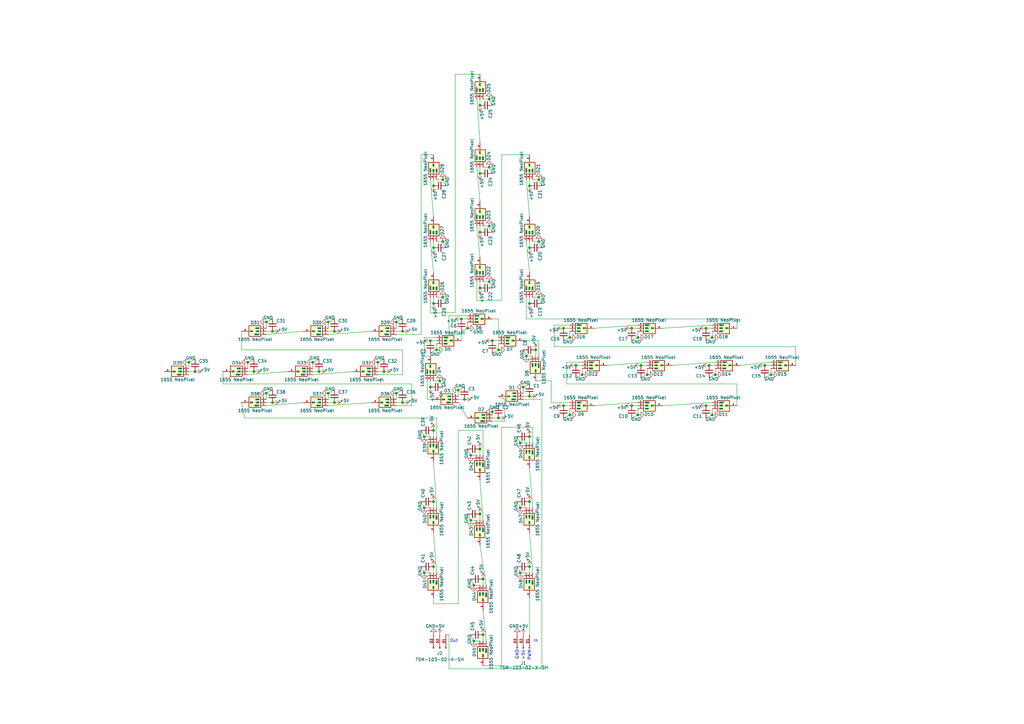
<source format=kicad_sch>
(kicad_sch (version 20250114) (generator "eeschema") (generator_version "9.0")
  (paper "A3")
  (text "In" (at 219.71 262.89 0) (effects (font (size 1.27 1.27))))
  (text "PWM" (at 217.17 268.732 90) (effects (font (size 1.27 1.27))))
  (text "GND" (at 212.09 268.478 90) (effects (font (size 1.27 1.27))))
  (text "Out\n" (at 186.182 262.89 0) (effects (font (size 1.27 1.27))))
  (text "+5V" (at 214.63 268.732 90) (effects (font (size 1.27 1.27))))
  (junction (at 201.93 168.91))
  (junction (at 130.81 152.4))
  (junction (at 231.14 134.62))
  (junction (at 217.17 101.6))
  (junction (at 194.31 262.89))
  (junction (at 217.17 179.07))
  (junction (at 316.23 153.67))
  (junction (at 265.43 153.67))
  (junction (at 196.85 210.82))
  (junction (at 193.04 213.36))
  (junction (at 259.08 134.62))
  (junction (at 157.48 152.4))
  (junction (at 165.1 135.89))
  (junction (at 217.17 205.74))
  (junction (at 204.47 171.45))
  (junction (at 217.17 232.41))
  (junction (at 261.62 170.18))
  (junction (at 200.66 115.57))
  (junction (at 173.99 234.95))
  (junction (at 101.6 148.59))
  (junction (at 200.66 68.58))
  (junction (at 104.14 152.4))
  (junction (at 193.04 186.69))
  (junction (at 137.16 135.89))
  (junction (at 196.85 118.11))
  (junction (at 220.98 73.66))
  (junction (at 137.16 165.1))
  (junction (at 259.08 166.37))
  (junction (at 220.98 121.92))
  (junction (at 181.61 99.06))
  (junction (at 289.56 166.37))
  (junction (at 181.61 73.66))
  (junction (at 177.8 124.46))
  (junction (at 77.47 148.59))
  (junction (at 198.12 260.35))
  (junction (at 238.76 153.67))
  (junction (at 213.36 234.95))
  (junction (at 196.85 95.25))
  (junction (at 176.53 139.7))
  (junction (at 111.76 165.1))
  (junction (at 180.34 156.21))
  (junction (at 196.85 43.18))
  (junction (at 177.8 205.74))
  (junction (at 162.56 132.08))
  (junction (at 204.47 143.51))
  (junction (at 154.94 148.59))
  (junction (at 196.85 184.15))
  (junction (at 290.83 149.86))
  (junction (at 201.93 139.7))
  (junction (at 261.62 138.43))
  (junction (at 214.63 158.75))
  (junction (at 177.8 76.2))
  (junction (at 128.27 148.59))
  (junction (at 134.62 132.08))
  (junction (at 200.66 92.71))
  (junction (at 109.22 132.08))
  (junction (at 109.22 161.29))
  (junction (at 191.77 134.62))
  (junction (at 219.71 143.51))
  (junction (at 213.36 208.28))
  (junction (at 200.66 40.64))
  (junction (at 233.68 170.18))
  (junction (at 181.61 121.92))
  (junction (at 198.12 237.49))
  (junction (at 134.62 161.29))
  (junction (at 196.85 71.12))
  (junction (at 189.23 130.81))
  (junction (at 176.53 158.75))
  (junction (at 293.37 153.67))
  (junction (at 162.56 161.29))
  (junction (at 292.1 170.18))
  (junction (at 111.76 135.89))
  (junction (at 177.8 101.6))
  (junction (at 165.1 165.1))
  (junction (at 187.96 160.02))
  (junction (at 313.69 149.86))
  (junction (at 262.89 149.86))
  (junction (at 194.31 240.03))
  (junction (at 177.8 232.41))
  (junction (at 233.68 138.43))
  (junction (at 190.5 163.83))
  (junction (at 173.99 179.07))
  (junction (at 292.1 138.43))
  (junction (at 217.17 76.2))
  (junction (at 177.8 176.53))
  (junction (at 231.14 166.37))
  (junction (at 173.99 208.28))
  (junction (at 236.22 149.86))
  (junction (at 217.17 162.56))
  (junction (at 80.01 152.4))
  (junction (at 215.9 146.05))
  (junction (at 220.98 99.06))
  (junction (at 289.56 134.62))
  (junction (at 213.36 181.61))
  (junction (at 179.07 143.51))
  (junction (at 217.17 124.46))
  (wire (pts (xy 198.12 240.03) (xy 198.12 237.49)))
  (wire (pts (xy 261.62 138.43) (xy 259.08 139.7)))
  (wire (pts (xy 200.66 68.58) (xy 201.93 71.12)))
  (wire (pts (xy 293.37 153.67) (xy 290.83 154.94)))
  (wire (pts (xy 198.12 92.71) (xy 200.66 92.71)))
  (wire (pts (xy 201.93 167.64) (xy 204.47 166.37)))
  (wire (pts (xy 233.68 165.1) (xy 226.06 165.1)))
  (wire (pts (xy 201.93 170.18) (xy 201.93 168.91)))
  (wire (pts (xy 128.27 148.59) (xy 130.81 147.32)))
  (wire (pts (xy 220.98 73.66) (xy 222.25 76.2)))
  (wire (pts (xy 109.22 137.16) (xy 124.46 135.89)))
  (wire (pts (xy 179.07 234.95) (xy 177.8 218.44)))
  (wire (pts (xy 184.15 274.32) (xy 184.15 260.35)))
  (wire (pts (xy 261.62 167.64) (xy 261.62 170.18)))
  (wire (pts (xy 293.37 148.59) (xy 275.59 149.86)))
  (wire (pts (xy 172.72 63.5) (xy 177.8 63.5)))
  (wire (pts (xy 222.25 274.32) (xy 184.15 274.32)))
  (wire (pts (xy 193.04 213.36) (xy 191.77 210.82)))
  (wire (pts (xy 181.61 73.66) (xy 182.88 76.2)))
  (wire (pts (xy 233.68 138.43) (xy 231.14 139.7)))
  (wire (pts (xy 134.62 134.62) (xy 134.62 132.08)))
  (wire (pts (xy 194.31 262.89) (xy 193.04 260.35)))
  (wire (pts (xy 226.06 165.1) (xy 226.06 156.21)))
  (wire (pts (xy 177.8 247.65) (xy 177.8 245.11)))
  (wire (pts (xy 217.17 234.95) (xy 217.17 232.41)))
  (wire (pts (xy 196.85 262.89) (xy 194.31 262.89)))
  (wire (pts (xy 177.8 208.28) (xy 177.8 205.74)))
  (wire (pts (xy 109.22 166.37) (xy 124.46 165.1)))
  (wire (pts (xy 265.43 148.59) (xy 248.92 149.86)))
  (wire (pts (xy 218.44 181.61) (xy 218.44 175.26)))
  (wire (pts (xy 215.9 73.66) (xy 217.17 88.9)))
  (wire (pts (xy 198.12 213.36) (xy 196.85 196.85)))
  (wire (pts (xy 187.96 162.56) (xy 187.96 160.02)))
  (wire (pts (xy 293.37 149.86) (xy 290.83 149.86)))
  (wire (pts (xy 233.68 134.62) (xy 231.14 134.62)))
  (wire (pts (xy 165.1 153.67) (xy 165.1 143.51)))
  (wire (pts (xy 292.1 167.64) (xy 292.1 170.18)))
  (wire (pts (xy 187.96 176.53) (xy 187.96 247.65)))
  (wire (pts (xy 100.33 171.45) (xy 99.06 165.1)))
  (wire (pts (xy 109.22 134.62) (xy 109.22 132.08)))
  (wire (pts (xy 205.74 123.19) (xy 205.74 63.5)))
  (wire (pts (xy 238.76 149.86) (xy 236.22 149.86)))
  (wire (pts (xy 134.62 165.1) (xy 137.16 165.1)))
  (wire (pts (xy 207.01 172.72) (xy 207.01 163.83)))
  (wire (pts (xy 109.22 165.1) (xy 111.76 165.1)))
  (wire (pts (xy 128.27 151.13) (xy 128.27 148.59)))
  (wire (pts (xy 101.6 151.13) (xy 101.6 148.59)))
  (wire (pts (xy 217.17 260.35) (xy 217.17 245.11)))
  (wire (pts (xy 168.91 166.37) (xy 168.91 157.48)))
  (wire (pts (xy 162.56 165.1) (xy 165.1 165.1)))
  (wire (pts (xy 179.07 73.66) (xy 181.61 73.66)))
  (wire (pts (xy 218.44 175.26) (xy 205.74 175.26)))
  (wire (pts (xy 204.47 139.7) (xy 201.93 139.7)))
  (wire (pts (xy 302.26 130.81) (xy 302.26 134.62)))
  (wire (pts (xy 201.93 167.64) (xy 201.93 168.91)))
  (wire (pts (xy 217.17 99.06) (xy 217.17 101.6)))
  (wire (pts (xy 220.98 146.05) (xy 220.98 139.7)))
  (wire (pts (xy 109.22 161.29) (xy 111.76 160.02)))
  (wire (pts (xy 199.39 240.03) (xy 196.85 223.52)))
  (wire (pts (xy 179.07 171.45) (xy 100.33 171.45)))
  (wire (pts (xy 128.27 152.4) (xy 130.81 152.4)))
  (wire (pts (xy 134.62 166.37) (xy 152.4 165.1)))
  (wire (pts (xy 195.58 40.64) (xy 196.85 58.42)))
  (wire (pts (xy 189.23 137.16) (xy 189.23 139.7)))
  (wire (pts (xy 195.58 123.19) (xy 205.74 123.19)))
  (wire (pts (xy 176.53 179.07) (xy 173.99 179.07)))
  (wire (pts (xy 204.47 130.81) (xy 201.93 130.81)))
  (wire (pts (xy 213.36 208.28) (xy 212.09 205.74)))
  (wire (pts (xy 154.94 153.67) (xy 165.1 153.67)))
  (wire (pts (xy 181.61 121.92) (xy 182.88 124.46)))
  (wire (pts (xy 162.56 132.08) (xy 165.1 130.81)))
  (wire (pts (xy 292.1 166.37) (xy 289.56 166.37)))
  (wire (pts (xy 213.36 181.61) (xy 212.09 179.07)))
  (wire (pts (xy 293.37 151.13) (xy 293.37 153.67)))
  (wire (pts (xy 179.07 121.92) (xy 181.61 121.92)))
  (wire (pts (xy 316.23 148.59) (xy 303.53 149.86)))
  (wire (pts (xy 196.85 213.36) (xy 196.85 210.82)))
  (wire (pts (xy 316.23 149.86) (xy 313.69 149.86)))
  (wire (pts (xy 162.56 163.83) (xy 162.56 161.29)))
  (wire (pts (xy 165.1 143.51) (xy 99.06 143.51)))
  (wire (pts (xy 196.85 186.69) (xy 196.85 184.15)))
  (wire (pts (xy 233.68 166.37) (xy 231.14 166.37)))
  (wire (pts (xy 201.93 171.45) (xy 204.47 171.45)))
  (wire (pts (xy 316.23 151.13) (xy 316.23 153.67)))
  (wire (pts (xy 180.34 156.21) (xy 181.61 158.75)))
  (wire (pts (xy 173.99 234.95) (xy 172.72 232.41)))
  (wire (pts (xy 191.77 132.08) (xy 191.77 134.62)))
  (wire (pts (xy 193.04 186.69) (xy 191.77 184.15)))
  (wire (pts (xy 226.06 156.21) (xy 219.71 156.21)))
  (wire (pts (xy 179.07 138.43) (xy 173.99 138.43)))
  (wire (pts (xy 201.93 172.72) (xy 207.01 172.72)))
  (wire (pts (xy 218.44 208.28) (xy 217.17 191.77)))
  (wire (pts (xy 207.01 163.83) (xy 204.47 162.56)))
  (wire (pts (xy 176.53 156.21) (xy 176.53 158.75)))
  (wire (pts (xy 177.8 73.66) (xy 177.8 76.2)))
  (wire (pts (xy 77.47 152.4) (xy 80.01 152.4)))
  (wire (pts (xy 198.12 176.53) (xy 187.96 176.53)))
  (wire (pts (xy 218.44 99.06) (xy 220.98 99.06)))
  (wire (pts (xy 195.58 92.71) (xy 196.85 105.41)))
  (wire (pts (xy 195.58 68.58) (xy 196.85 82.55)))
  (wire (pts (xy 109.22 163.83) (xy 109.22 161.29)))
  (wire (pts (xy 217.17 208.28) (xy 217.17 205.74)))
  (wire (pts (xy 168.91 157.48) (xy 91.44 157.48)))
  (wire (pts (xy 196.85 40.64) (xy 196.85 43.18)))
  (wire (pts (xy 196.85 115.57) (xy 196.85 118.11)))
  (wire (pts (xy 217.17 73.66) (xy 217.17 76.2)))
  (wire (pts (xy 177.8 121.92) (xy 177.8 124.46)))
  (wire (pts (xy 215.9 146.05) (xy 214.63 143.51)))
  (wire (pts (xy 179.07 179.07) (xy 179.07 171.45)))
  (wire (pts (xy 176.53 128.27) (xy 186.69 128.27)))
  (wire (pts (xy 200.66 115.57) (xy 201.93 118.11)))
  (wire (pts (xy 214.63 161.29) (xy 214.63 158.75)))
  (wire (pts (xy 204.47 138.43) (xy 204.47 130.81)))
  (wire (pts (xy 176.53 234.95) (xy 173.99 234.95)))
  (wire (pts (xy 220.98 121.92) (xy 222.25 124.46)))
  (wire (pts (xy 101.6 148.59) (xy 104.14 147.32)))
  (wire (pts (xy 261.62 166.37) (xy 259.08 166.37)))
  (wire (pts (xy 227.33 133.35) (xy 227.33 142.24)))
  (wire (pts (xy 261.62 134.62) (xy 259.08 134.62)))
  (wire (pts (xy 215.9 121.92) (xy 215.9 130.81)))
  (wire (pts (xy 233.68 135.89) (xy 233.68 138.43)))
  (wire (pts (xy 194.31 240.03) (xy 193.04 237.49)))
  (wire (pts (xy 154.94 152.4) (xy 157.48 152.4)))
  (wire (pts (xy 232.41 157.48) (xy 302.26 157.48)))
  (wire (pts (xy 77.47 151.13) (xy 77.47 148.59)))
  (wire (pts (xy 198.12 40.64) (xy 200.66 40.64)))
  (wire (pts (xy 195.58 186.69) (xy 193.04 186.69)))
  (wire (pts (xy 213.36 234.95) (xy 212.09 232.41)))
  (wire (pts (xy 198.12 186.69) (xy 198.12 176.53)))
  (wire (pts (xy 154.94 148.59) (xy 157.48 147.32)))
  (wire (pts (xy 205.74 273.05) (xy 198.12 273.05)))
  (wire (pts (xy 204.47 143.51) (xy 201.93 144.78)))
  (wire (pts (xy 187.96 165.1) (xy 191.77 171.45)))
  (wire (pts (xy 220.98 99.06) (xy 222.25 101.6)))
  (wire (pts (xy 219.71 146.05) (xy 219.71 143.51)))
  (wire (pts (xy 99.06 143.51) (xy 99.06 135.89)))
  (wire (pts (xy 196.85 240.03) (xy 194.31 240.03)))
  (wire (pts (xy 195.58 213.36) (xy 193.04 213.36)))
  (wire (pts (xy 176.53 99.06) (xy 177.8 111.76)))
  (wire (pts (xy 186.69 128.27) (xy 186.69 30.48)))
  (wire (pts (xy 154.94 151.13) (xy 154.94 148.59)))
  (wire (pts (xy 265.43 153.67) (xy 262.89 154.94)))
  (wire (pts (xy 179.07 143.51) (xy 176.53 144.78)))
  (wire (pts (xy 179.07 208.28) (xy 177.8 189.23)))
  (wire (pts (xy 227.33 142.24) (xy 326.39 142.24)))
  (wire (pts (xy 215.9 234.95) (xy 213.36 234.95)))
  (wire (pts (xy 233.68 167.64) (xy 233.68 170.18)))
  (wire (pts (xy 173.99 146.05) (xy 176.53 146.05)))
  (wire (pts (xy 134.62 135.89) (xy 137.16 135.89)))
  (wire (pts (xy 177.8 234.95) (xy 177.8 232.41)))
  (wire (pts (xy 109.22 132.08) (xy 111.76 130.81)))
  (wire (pts (xy 177.8 99.06) (xy 177.8 101.6)))
  (wire (pts (xy 200.66 92.71) (xy 201.93 95.25)))
  (wire (pts (xy 238.76 151.13) (xy 238.76 153.67)))
  (wire (pts (xy 162.56 135.89) (xy 165.1 135.89)))
  (wire (pts (xy 265.43 151.13) (xy 265.43 153.67)))
  (wire (pts (xy 199.39 262.89) (xy 198.12 250.19)))
  (wire (pts (xy 191.77 129.54) (xy 184.15 129.54)))
  (wire (pts (xy 187.96 163.83) (xy 190.5 163.83)))
  (wire (pts (xy 184.15 260.35) (xy 182.88 260.35)))
  (wire (pts (xy 200.66 40.64) (xy 201.93 43.18)))
  (wire (pts (xy 218.44 146.05) (xy 215.9 146.05)))
  (wire (pts (xy 292.1 135.89) (xy 292.1 138.43)))
  (wire (pts (xy 198.12 115.57) (xy 200.66 115.57)))
  (wire (pts (xy 77.47 148.59) (xy 80.01 147.32)))
  (wire (pts (xy 179.07 139.7) (xy 176.53 139.7)))
  (wire (pts (xy 101.6 152.4) (xy 104.14 152.4)))
  (wire (pts (xy 101.6 153.67) (xy 118.11 152.4)))
  (wire (pts (xy 193.04 134.62) (xy 191.77 134.62)))
  (wire (pts (xy 134.62 161.29) (xy 137.16 160.02)))
  (wire (pts (xy 191.77 134.62) (xy 189.23 135.89)))
  (wire (pts (xy 134.62 137.16) (xy 152.4 135.89)))
  (wire (pts (xy 179.07 140.97) (xy 179.07 143.51)))
  (wire (pts (xy 217.17 181.61) (xy 217.17 179.07)))
  (wire (pts (xy 179.07 99.06) (xy 181.61 99.06)))
  (wire (pts (xy 109.22 135.89) (xy 111.76 135.89)))
  (wire (pts (xy 173.99 138.43) (xy 173.99 146.05)))
  (wire (pts (xy 181.61 99.06) (xy 182.88 101.6)))
  (wire (pts (xy 184.15 137.16) (xy 189.23 137.16)))
  (wire (pts (xy 196.85 92.71) (xy 196.85 95.25)))
  (wire (pts (xy 191.77 130.81) (xy 189.23 130.81)))
  (wire (pts (xy 261.62 133.35) (xy 243.84 134.62)))
  (wire (pts (xy 177.8 156.21) (xy 180.34 156.21)))
  (wire (pts (xy 176.53 73.66) (xy 177.8 88.9)))
  (wire (pts (xy 205.74 175.26) (xy 205.74 273.05)))
  (wire (pts (xy 233.68 170.18) (xy 231.14 171.45)))
  (wire (pts (xy 91.44 157.48) (xy 91.44 152.4)))
  (wire (pts (xy 195.58 115.57) (xy 195.58 123.19)))
  (wire (pts (xy 218.44 73.66) (xy 220.98 73.66)))
  (wire (pts (xy 172.72 137.16) (xy 172.72 63.5)))
  (wire (pts (xy 218.44 121.92) (xy 220.98 121.92)))
  (wire (pts (xy 205.74 63.5) (xy 217.17 63.5)))
  (wire (pts (xy 176.53 121.92) (xy 176.53 128.27)))
  (wire (pts (xy 326.39 142.24) (xy 326.39 149.86)))
  (wire (pts (xy 233.68 133.35) (xy 227.33 133.35)))
  (wire (pts (xy 292.1 170.18) (xy 289.56 171.45)))
  (wire (pts (xy 215.9 208.28) (xy 213.36 208.28)))
  (wire (pts (xy 215.9 99.06) (xy 217.17 111.76)))
  (wire (pts (xy 186.69 30.48) (xy 196.85 30.48)))
  (wire (pts (xy 198.12 68.58) (xy 200.66 68.58)))
  (wire (pts (xy 162.56 134.62) (xy 162.56 132.08)))
  (wire (pts (xy 175.26 163.83) (xy 177.8 163.83)))
  (wire (pts (xy 222.25 163.83) (xy 222.25 274.32)))
  (wire (pts (xy 261.62 170.18) (xy 259.08 171.45)))
  (wire (pts (xy 184.15 129.54) (xy 184.15 137.16)))
  (wire (pts (xy 261.62 165.1) (xy 243.84 166.37)))
  (wire (pts (xy 238.76 148.59) (xy 232.41 148.59)))
  (wire (pts (xy 261.62 135.89) (xy 261.62 138.43)))
  (wire (pts (xy 173.99 179.07) (xy 172.72 176.53)))
  (wire (pts (xy 214.63 158.75) (xy 217.17 157.48)))
  (wire (pts (xy 177.8 179.07) (xy 177.8 176.53)))
  (wire (pts (xy 198.12 262.89) (xy 198.12 260.35)))
  (wire (pts (xy 128.27 153.67) (xy 144.78 152.4)))
  (wire (pts (xy 162.56 137.16) (xy 172.72 137.16)))
  (wire (pts (xy 175.26 156.21) (xy 175.26 163.83)))
  (wire (pts (xy 134.62 132.08) (xy 137.16 130.81)))
  (wire (pts (xy 292.1 165.1) (xy 271.78 166.37)))
  (wire (pts (xy 217.17 121.92) (xy 217.17 124.46)))
  (wire (pts (xy 292.1 134.62) (xy 289.56 134.62)))
  (wire (pts (xy 215.9 181.61) (xy 213.36 181.61)))
  (wire (pts (xy 162.56 166.37) (xy 168.91 166.37)))
  (wire (pts (xy 214.63 162.56) (xy 217.17 162.56)))
  (wire (pts (xy 220.98 139.7) (xy 214.63 139.7)))
  (wire (pts (xy 162.56 161.29) (xy 165.1 160.02)))
  (wire (pts (xy 238.76 153.67) (xy 236.22 154.94)))
  (wire (pts (xy 196.85 68.58) (xy 196.85 71.12)))
  (wire (pts (xy 187.96 160.02) (xy 190.5 158.75)))
  (wire (pts (xy 173.99 208.28) (xy 172.72 205.74)))
  (wire (pts (xy 134.62 163.83) (xy 134.62 161.29)))
  (wire (pts (xy 265.43 149.86) (xy 262.89 149.86)))
  (wire (pts (xy 316.23 153.67) (xy 313.69 154.94)))
  (wire (pts (xy 187.96 247.65) (xy 177.8 247.65)))
  (wire (pts (xy 292.1 138.43) (xy 289.56 139.7)))
  (wire (pts (xy 232.41 148.59) (xy 232.41 157.48)))
  (wire (pts (xy 215.9 130.81) (xy 302.26 130.81)))
  (wire (pts (xy 292.1 133.35) (xy 271.78 134.62)))
  (wire (pts (xy 218.44 234.95) (xy 217.17 218.44)))
  (wire (pts (xy 176.53 208.28) (xy 173.99 208.28)))
  (wire (pts (xy 204.47 140.97) (xy 204.47 143.51)))
  (wire (pts (xy 302.26 157.48) (xy 302.26 166.37)))
  (wire (pts (xy 214.63 163.83) (xy 222.25 163.83)))
  (symbol (lib_id "Device:C_Small") (at 190.5 161.29 180) (unit 1)
    (property "Reference" "C3" (at 192.024 159.512 0) (effects (justify right)))
    (property "Value" "C_Small" (effects (hide yes)))
    (property "Footprint" "CustomParts:CAPC1005X55N" (effects (hide yes)))
    (property "Description" "Unpolarized capacitor, small symbol" (effects (hide yes)))
  )
  (symbol (lib_id "Device:C_Small") (at 104.14 149.86 180) (unit 1)
    (property "Reference" "C34" (at 105.664 148.082 0) (effects (justify right)))
    (property "Value" "C_Small" (effects (hide yes)))
    (property "Footprint" "CustomParts:CAPC1005X55N" (effects (hide yes)))
    (property "Description" "Unpolarized capacitor, small symbol" (effects (hide yes)))
  )
  (symbol (lib_id "CustomParts:1655") (at 266.7 156.21 180) (unit 1)
    (property "Reference" "D13" (at 270.002 153.416 0))
    (property "Value" "1655 NeoPixel" (at 270.002 146.558 0))
    (property "Footprint" "CustomParts:LED_1655" (effects (hide yes)))
    (property "Description" "https://cdn-shop.adafruit.com/product-files/1655/SKC6812RV__12VOP0274E_REV.A1_EN%2812%29.pdf" (effects (hide yes)))
    (property "PARTREV" "01" (effects (hide yes)))
    (property "MANUFACTURER" "Adafruit Industries" (effects (hide yes)))
    (property "MAXIMUM_PACKAGE_HEIGHT" "1.6 mm" (effects (hide yes)))
    (property "STANDARD" "Manufacturer recommendations" (effects (hide yes)))
  )
  (symbol (lib_id "power:+5V") (at 313.69 149.86 90) (unit 1)
    (property "Reference" "#PWR030" (effects (hide yes)))
    (property "Value" "+5V" (at 311.658 150.622 90) (effects (justify left)))
    (property "Description" "Power symbol creates a global label with name \"+5V\"" (effects (hide yes)))
  )
  (symbol (lib_id "Device:C_Small") (at 189.23 133.35 0) (unit 1)
    (property "Reference" "C6" (at 187.452 133.604 0) (effects (justify right)))
    (property "Value" "C_Small" (effects (hide yes)))
    (property "Footprint" "CustomParts:CAPC1005X55N" (effects (hide yes)))
    (property "Description" "Unpolarized capacitor, small symbol" (effects (hide yes)))
  )
  (symbol (lib_id "power:GND") (at 181.61 73.66 180) (unit 1)
    (property "Reference" "#PWR055" (effects (hide yes)))
    (property "Value" "GND" (at 183.388 76.454 90) (effects (justify right)))
    (property "Description" "Power symbol creates a global label with name \"GND\" , ground" (effects (hide yes)))
  )
  (symbol (lib_id "Device:C_Small") (at 179.07 158.75 90) (unit 1)
    (property "Reference" "C4" (at 180.848 160.274 0) (effects (justify right)))
    (property "Value" "C_Small" (effects (hide yes)))
    (property "Footprint" "CustomParts:CAPC1005X55N" (effects (hide yes)))
    (property "Description" "Unpolarized capacitor, small symbol" (effects (hide yes)))
  )
  (symbol (lib_id "CustomParts:1655") (at 153.67 146.05 0) (unit 1)
    (property "Reference" "D32" (at 150.368 148.844 0))
    (property "Value" "1655 NeoPixel" (at 150.368 155.702 0))
    (property "Footprint" "CustomParts:LED_1655" (effects (hide yes)))
    (property "Description" "https://cdn-shop.adafruit.com/product-files/1655/SKC6812RV__12VOP0274E_REV.A1_EN%2812%29.pdf" (effects (hide yes)))
    (property "PARTREV" "01" (effects (hide yes)))
    (property "MANUFACTURER" "Adafruit Industries" (effects (hide yes)))
    (property "MAXIMUM_PACKAGE_HEIGHT" "1.6 mm" (effects (hide yes)))
    (property "STANDARD" "Manufacturer recommendations" (effects (hide yes)))
  )
  (symbol (lib_id "power:GND") (at 316.23 153.67 90) (unit 1)
    (property "Reference" "#PWR029" (effects (hide yes)))
    (property "Value" "GND" (at 313.436 155.448 90) (effects (justify right)))
    (property "Description" "Power symbol creates a global label with name \"GND\" , ground" (effects (hide yes)))
  )
  (symbol (lib_id "power:GND") (at 128.27 148.59 270) (unit 1)
    (property "Reference" "#PWR065" (effects (hide yes)))
    (property "Value" "GND" (at 131.064 146.812 90) (effects (justify right)))
    (property "Description" "Power symbol creates a global label with name \"GND\" , ground" (effects (hide yes)))
  )
  (symbol (lib_id "Device:C_Small") (at 289.56 137.16 0) (unit 1)
    (property "Reference" "C18" (at 288.036 138.938 0) (effects (justify right)))
    (property "Value" "C_Small" (effects (hide yes)))
    (property "Footprint" "CustomParts:CAPC1005X55N" (effects (hide yes)))
    (property "Description" "Unpolarized capacitor, small symbol" (effects (hide yes)))
  )
  (symbol (lib_id "CustomParts:1655") (at 171.45 236.22 90) (unit 1)
    (property "Reference" "D41" (at 174.244 239.522 0))
    (property "Value" "1655 NeoPixel" (at 181.102 239.522 0))
    (property "Footprint" "CustomParts:LED_1655" (effects (hide yes)))
    (property "Description" "https://cdn-shop.adafruit.com/product-files/1655/SKC6812RV__12VOP0274E_REV.A1_EN%2812%29.pdf" (effects (hide yes)))
    (property "PARTREV" "01" (effects (hide yes)))
    (property "MANUFACTURER" "Adafruit Industries" (effects (hide yes)))
    (property "MAXIMUM_PACKAGE_HEIGHT" "1.6 mm" (effects (hide yes)))
    (property "STANDARD" "Manufacturer recommendations" (effects (hide yes)))
  )
  (symbol (lib_id "Device:C_Small") (at 175.26 176.53 270) (unit 1)
    (property "Reference" "C39" (at 173.482 175.006 0) (effects (justify right)))
    (property "Value" "C_Small" (effects (hide yes)))
    (property "Footprint" "CustomParts:CAPC1005X55N" (effects (hide yes)))
    (property "Description" "Unpolarized capacitor, small symbol" (effects (hide yes)))
  )
  (symbol (lib_id "CustomParts:1655") (at 190.5 214.63 90) (unit 1)
    (property "Reference" "D43" (at 193.294 217.932 0))
    (property "Value" "1655 NeoPixel" (at 200.152 217.932 0))
    (property "Footprint" "CustomParts:LED_1655" (effects (hide yes)))
    (property "Description" "https://cdn-shop.adafruit.com/product-files/1655/SKC6812RV__12VOP0274E_REV.A1_EN%2812%29.pdf" (effects (hide yes)))
    (property "PARTREV" "01" (effects (hide yes)))
    (property "MANUFACTURER" "Adafruit Industries" (effects (hide yes)))
    (property "MAXIMUM_PACKAGE_HEIGHT" "1.6 mm" (effects (hide yes)))
    (property "STANDARD" "Manufacturer recommendations" (effects (hide yes)))
  )
  (symbol (lib_id "Device:C_Small") (at 175.26 232.41 270) (unit 1)
    (property "Reference" "C41" (at 173.482 230.886 0) (effects (justify right)))
    (property "Value" "C_Small" (effects (hide yes)))
    (property "Footprint" "CustomParts:CAPC1005X55N" (effects (hide yes)))
    (property "Description" "Unpolarized capacitor, small symbol" (effects (hide yes)))
  )
  (symbol (lib_id "CustomParts:1655") (at 213.36 156.21 0) (unit 1)
    (property "Reference" "D1" (at 210.058 159.004 0))
    (property "Value" "1655 NeoPixel" (at 210.058 165.862 0))
    (property "Footprint" "CustomParts:LED_1655" (effects (hide yes)))
    (property "Description" "https://cdn-shop.adafruit.com/product-files/1655/SKC6812RV__12VOP0274E_REV.A1_EN%2812%29.pdf" (effects (hide yes)))
    (property "PARTREV" "01" (effects (hide yes)))
    (property "MANUFACTURER" "Adafruit Industries" (effects (hide yes)))
    (property "MAXIMUM_PACKAGE_HEIGHT" "1.6 mm" (effects (hide yes)))
    (property "STANDARD" "Manufacturer recommendations" (effects (hide yes)))
  )
  (symbol (lib_id "CustomParts:1655") (at 100.33 146.05 0) (unit 1)
    (property "Reference" "D34" (at 97.028 148.844 0))
    (property "Value" "1655 NeoPixel" (at 97.028 155.702 0))
    (property "Footprint" "CustomParts:LED_1655" (effects (hide yes)))
    (property "Description" "https://cdn-shop.adafruit.com/product-files/1655/SKC6812RV__12VOP0274E_REV.A1_EN%2812%29.pdf" (effects (hide yes)))
    (property "PARTREV" "01" (effects (hide yes)))
    (property "MANUFACTURER" "Adafruit Industries" (effects (hide yes)))
    (property "MAXIMUM_PACKAGE_HEIGHT" "1.6 mm" (effects (hide yes)))
    (property "STANDARD" "Manufacturer recommendations" (effects (hide yes)))
  )
  (symbol (lib_id "Device:C_Small") (at 195.58 260.35 270) (unit 1)
    (property "Reference" "C45" (at 193.802 258.826 0) (effects (justify right)))
    (property "Value" "C_Small" (effects (hide yes)))
    (property "Footprint" "CustomParts:CAPC1005X55N" (effects (hide yes)))
    (property "Description" "Unpolarized capacitor, small symbol" (effects (hide yes)))
  )
  (symbol (lib_id "Device:C_Small") (at 195.58 237.49 270) (unit 1)
    (property "Reference" "C44" (at 193.802 235.966 0) (effects (justify right)))
    (property "Value" "C_Small" (effects (hide yes)))
    (property "Footprint" "CustomParts:CAPC1005X55N" (effects (hide yes)))
    (property "Description" "Unpolarized capacitor, small symbol" (effects (hide yes)))
  )
  (symbol (lib_id "Device:C_Small") (at 201.93 142.24 0) (unit 1)
    (property "Reference" "C7" (at 200.406 144.018 0) (effects (justify right)))
    (property "Value" "C_Small" (effects (hide yes)))
    (property "Footprint" "CustomParts:CAPC1005X55N" (effects (hide yes)))
    (property "Description" "Unpolarized capacitor, small symbol" (effects (hide yes)))
  )
  (symbol (lib_id "Device:C_Small") (at 231.14 168.91 0) (unit 1)
    (property "Reference" "C9" (at 229.616 170.688 0) (effects (justify right)))
    (property "Value" "C_Small" (effects (hide yes)))
    (property "Footprint" "CustomParts:CAPC1005X55N" (effects (hide yes)))
    (property "Description" "Unpolarized capacitor, small symbol" (effects (hide yes)))
  )
  (symbol (lib_id "power:+5V") (at 80.01 152.4 270) (unit 1)
    (property "Reference" "#PWR070" (effects (hide yes)))
    (property "Value" "+5V" (at 82.042 151.638 90) (effects (justify left)))
    (property "Description" "Power symbol creates a global label with name \"+5V\"" (effects (hide yes)))
  )
  (symbol (lib_id "Device:C_Small") (at 180.34 124.46 90) (unit 1)
    (property "Reference" "C26" (at 182.118 125.984 0) (effects (justify right)))
    (property "Value" "C_Small" (effects (hide yes)))
    (property "Footprint" "CustomParts:CAPC1005X55N" (effects (hide yes)))
    (property "Description" "Unpolarized capacitor, small symbol" (effects (hide yes)))
  )
  (symbol (lib_id "CustomParts:1655") (at 223.52 97.79 270) (unit 1)
    (property "Reference" "D20" (at 220.726 94.488 0))
    (property "Value" "1655 NeoPixel" (at 213.868 94.488 0))
    (property "Footprint" "CustomParts:LED_1655" (effects (hide yes)))
    (property "Description" "https://cdn-shop.adafruit.com/product-files/1655/SKC6812RV__12VOP0274E_REV.A1_EN%2812%29.pdf" (effects (hide yes)))
    (property "PARTREV" "01" (effects (hide yes)))
    (property "MANUFACTURER" "Adafruit Industries" (effects (hide yes)))
    (property "MAXIMUM_PACKAGE_HEIGHT" "1.6 mm" (effects (hide yes)))
    (property "STANDARD" "Manufacturer recommendations" (effects (hide yes)))
  )
  (symbol (lib_id "power:+5V") (at 198.12 237.49 0) (unit 1)
    (property "Reference" "#PWR088" (effects (hide yes)))
    (property "Value" "+5V" (at 197.358 235.458 90) (effects (justify left)))
    (property "Description" "Power symbol creates a global label with name \"+5V\"" (effects (hide yes)))
  )
  (symbol (lib_id "power:GND") (at 220.98 73.66 180) (unit 1)
    (property "Reference" "#PWR041" (effects (hide yes)))
    (property "Value" "GND" (at 222.758 76.454 90) (effects (justify right)))
    (property "Description" "Power symbol creates a global label with name \"GND\" , ground" (effects (hide yes)))
  )
  (symbol (lib_id "power:GND") (at 201.93 168.91 270) (unit 1)
    (property "Reference" "#PWR03" (effects (hide yes)))
    (property "Value" "GND" (at 204.724 167.132 90) (effects (justify right)))
    (property "Description" "Power symbol creates a global label with name \"GND\" , ground" (effects (hide yes)))
  )
  (symbol (lib_id "CustomParts:1655") (at 200.66 165.1 0) (unit 1)
    (property "Reference" "D2" (at 197.358 167.894 0))
    (property "Value" "1655 NeoPixel" (at 197.358 174.752 0))
    (property "Footprint" "CustomParts:LED_1655" (effects (hide yes)))
    (property "Description" "https://cdn-shop.adafruit.com/product-files/1655/SKC6812RV__12VOP0274E_REV.A1_EN%2812%29.pdf" (effects (hide yes)))
    (property "PARTREV" "01" (effects (hide yes)))
    (property "MANUFACTURER" "Adafruit Industries" (effects (hide yes)))
    (property "MAXIMUM_PACKAGE_HEIGHT" "1.6 mm" (effects (hide yes)))
    (property "STANDARD" "Manufacturer recommendations" (effects (hide yes)))
  )
  (symbol (lib_id "power:+5V") (at 111.76 165.1 270) (unit 1)
    (property "Reference" "#PWR076" (effects (hide yes)))
    (property "Value" "+5V" (at 113.792 164.338 90) (effects (justify left)))
    (property "Description" "Power symbol creates a global label with name \"+5V\"" (effects (hide yes)))
  )
  (symbol (lib_id "power:GND") (at 180.34 156.21 180) (unit 1)
    (property "Reference" "#PWR07" (effects (hide yes)))
    (property "Value" "GND" (at 182.118 159.004 90) (effects (justify right)))
    (property "Description" "Power symbol creates a global label with name \"GND\" , ground" (effects (hide yes)))
  )
  (symbol (lib_id "Device:C_Small") (at 219.71 101.6 90) (unit 1)
    (property "Reference" "C20" (at 221.488 103.124 0) (effects (justify right)))
    (property "Value" "C_Small" (effects (hide yes)))
    (property "Footprint" "CustomParts:CAPC1005X55N" (effects (hide yes)))
    (property "Description" "Unpolarized capacitor, small symbol" (effects (hide yes)))
  )
  (symbol (lib_id "CustomParts:1655") (at 210.82 236.22 90) (unit 1)
    (property "Reference" "D48" (at 213.614 239.522 0))
    (property "Value" "1655 NeoPixel" (at 220.472 239.522 0))
    (property "Footprint" "CustomParts:LED_1655" (effects (hide yes)))
    (property "Description" "https://cdn-shop.adafruit.com/product-files/1655/SKC6812RV__12VOP0274E_REV.A1_EN%2812%29.pdf" (effects (hide yes)))
    (property "PARTREV" "01" (effects (hide yes)))
    (property "MANUFACTURER" "Adafruit Industries" (effects (hide yes)))
    (property "MAXIMUM_PACKAGE_HEIGHT" "1.6 mm" (effects (hide yes)))
    (property "STANDARD" "Manufacturer recommendations" (effects (hide yes)))
  )
  (symbol (lib_id "power:+5V") (at 201.93 139.7 90) (unit 1)
    (property "Reference" "#PWR014" (effects (hide yes)))
    (property "Value" "+5V" (at 199.898 140.462 90) (effects (justify left)))
    (property "Description" "Power symbol creates a global label with name \"+5V\"" (effects (hide yes)))
  )
  (symbol (lib_id "CustomParts:1655") (at 203.2 39.37 270) (unit 1)
    (property "Reference" "D25" (at 200.406 36.068 0))
    (property "Value" "1655 NeoPixel" (at 193.548 36.068 0))
    (property "Footprint" "CustomParts:LED_1655" (effects (hide yes)))
    (property "Description" "https://cdn-shop.adafruit.com/product-files/1655/SKC6812RV__12VOP0274E_REV.A1_EN%2812%29.pdf" (effects (hide yes)))
    (property "PARTREV" "01" (effects (hide yes)))
    (property "MANUFACTURER" "Adafruit Industries" (effects (hide yes)))
    (property "MAXIMUM_PACKAGE_HEIGHT" "1.6 mm" (effects (hide yes)))
    (property "STANDARD" "Manufacturer recommendations" (effects (hide yes)))
  )
  (symbol (lib_id "Device:C_Small") (at 137.16 133.35 180) (unit 1)
    (property "Reference" "C30" (at 138.684 131.572 0) (effects (justify right)))
    (property "Value" "C_Small" (effects (hide yes)))
    (property "Footprint" "CustomParts:CAPC1005X55N" (effects (hide yes)))
    (property "Description" "Unpolarized capacitor, small symbol" (effects (hide yes)))
  )
  (symbol (lib_id "power:GND") (at 187.96 160.02 270) (unit 1)
    (property "Reference" "#PWR05" (effects (hide yes)))
    (property "Value" "GND" (at 190.754 158.242 90) (effects (justify right)))
    (property "Description" "Power symbol creates a global label with name \"GND\" , ground" (effects (hide yes)))
  )
  (symbol (lib_id "CustomParts:1655") (at 191.77 241.3 90) (unit 1)
    (property "Reference" "D44" (at 194.564 244.602 0))
    (property "Value" "1655 NeoPixel" (at 201.422 244.602 0))
    (property "Footprint" "CustomParts:LED_1655" (effects (hide yes)))
    (property "Description" "https://cdn-shop.adafruit.com/product-files/1655/SKC6812RV__12VOP0274E_REV.A1_EN%2812%29.pdf" (effects (hide yes)))
    (property "PARTREV" "01" (effects (hide yes)))
    (property "MANUFACTURER" "Adafruit Industries" (effects (hide yes)))
    (property "MAXIMUM_PACKAGE_HEIGHT" "1.6 mm" (effects (hide yes)))
    (property "STANDARD" "Manufacturer recommendations" (effects (hide yes)))
  )
  (symbol (lib_id "Device:C_Small") (at 231.14 137.16 0) (unit 1)
    (property "Reference" "C16" (at 229.616 138.938 0) (effects (justify right)))
    (property "Value" "C_Small" (effects (hide yes)))
    (property "Footprint" "CustomParts:CAPC1005X55N" (effects (hide yes)))
    (property "Description" "Unpolarized capacitor, small symbol" (effects (hide yes)))
  )
  (symbol (lib_id "power:+5V") (at 204.47 171.45 270) (unit 1)
    (property "Reference" "#PWR04" (effects (hide yes)))
    (property "Value" "+5V" (at 206.502 170.688 90) (effects (justify left)))
    (property "Description" "Power symbol creates a global label with name \"+5V\"" (effects (hide yes)))
  )
  (symbol (lib_id "power:+5V") (at 196.85 118.11 180) (unit 1)
    (property "Reference" "#PWR044" (effects (hide yes)))
    (property "Value" "+5V" (at 197.612 120.142 90) (effects (justify left)))
    (property "Description" "Power symbol creates a global label with name \"+5V\"" (effects (hide yes)))
  )
  (symbol (lib_id "power:GND") (at 220.98 121.92 180) (unit 1)
    (property "Reference" "#PWR037" (effects (hide yes)))
    (property "Value" "GND" (at 222.758 124.714 90) (effects (justify right)))
    (property "Description" "Power symbol creates a global label with name \"GND\" , ground" (effects (hide yes)))
  )
  (symbol (lib_id "Device:C_Small") (at 259.08 168.91 0) (unit 1)
    (property "Reference" "C10" (at 257.556 170.688 0) (effects (justify right)))
    (property "Value" "C_Small" (effects (hide yes)))
    (property "Footprint" "CustomParts:CAPC1005X55N" (effects (hide yes)))
    (property "Description" "Unpolarized capacitor, small symbol" (effects (hide yes)))
  )
  (symbol (lib_id "Device:C_Small") (at 176.53 142.24 0) (unit 1)
    (property "Reference" "C5" (at 175.006 144.018 0) (effects (justify right)))
    (property "Value" "C_Small" (effects (hide yes)))
    (property "Footprint" "CustomParts:CAPC1005X55N" (effects (hide yes)))
    (property "Description" "Unpolarized capacitor, small symbol" (effects (hide yes)))
  )
  (symbol (lib_id "power:GND") (at 293.37 153.67 90) (unit 1)
    (property "Reference" "#PWR027" (effects (hide yes)))
    (property "Value" "GND" (at 290.576 155.448 90) (effects (justify right)))
    (property "Description" "Power symbol creates a global label with name \"GND\" , ground" (effects (hide yes)))
  )
  (symbol (lib_id "power:+5V") (at 180.34 260.35 0) (unit 1)
    (property "Reference" "#PWR0100" (effects (hide yes)))
    (property "Value" "+5V" (at 180.34 256.794 0))
    (property "Description" "Power symbol creates a global label with name \"+5V\"" (effects (hide yes)))
  )
  (symbol (lib_id "power:+5V") (at 177.8 76.2 180) (unit 1)
    (property "Reference" "#PWR056" (effects (hide yes)))
    (property "Value" "+5V" (at 178.562 78.232 90) (effects (justify left)))
    (property "Description" "Power symbol creates a global label with name \"+5V\"" (effects (hide yes)))
  )
  (symbol (lib_id "Device:C_Small") (at 199.39 43.18 90) (unit 1)
    (property "Reference" "C25" (at 201.168 44.704 0) (effects (justify right)))
    (property "Value" "C_Small" (effects (hide yes)))
    (property "Footprint" "CustomParts:CAPC1005X55N" (effects (hide yes)))
    (property "Description" "Unpolarized capacitor, small symbol" (effects (hide yes)))
  )
  (symbol (lib_id "power:+5V") (at 290.83 149.86 90) (unit 1)
    (property "Reference" "#PWR028" (effects (hide yes)))
    (property "Value" "+5V" (at 288.798 150.622 90) (effects (justify left)))
    (property "Description" "Power symbol creates a global label with name \"+5V\"" (effects (hide yes)))
  )
  (symbol (lib_id "power:+5V") (at 196.85 43.18 180) (unit 1)
    (property "Reference" "#PWR050" (effects (hide yes)))
    (property "Value" "+5V" (at 197.612 45.212 90) (effects (justify left)))
    (property "Description" "Power symbol creates a global label with name \"+5V\"" (effects (hide yes)))
  )
  (symbol (lib_id "power:GND") (at 265.43 153.67 90) (unit 1)
    (property "Reference" "#PWR025" (effects (hide yes)))
    (property "Value" "GND" (at 262.636 155.448 90) (effects (justify right)))
    (property "Description" "Power symbol creates a global label with name \"GND\" , ground" (effects (hide yes)))
  )
  (symbol (lib_id "power:+5V") (at 177.8 176.53 0) (unit 1)
    (property "Reference" "#PWR078" (effects (hide yes)))
    (property "Value" "+5V" (at 177.038 174.498 90) (effects (justify left)))
    (property "Description" "Power symbol creates a global label with name \"+5V\"" (effects (hide yes)))
  )
  (symbol (lib_id "power:GND") (at 204.47 143.51 90) (unit 1)
    (property "Reference" "#PWR013" (effects (hide yes)))
    (property "Value" "GND" (at 201.676 145.288 90) (effects (justify right)))
    (property "Description" "Power symbol creates a global label with name \"GND\" , ground" (effects (hide yes)))
  )
  (symbol (lib_id "power:+5V") (at 217.17 101.6 180) (unit 1)
    (property "Reference" "#PWR040" (effects (hide yes)))
    (property "Value" "+5V" (at 217.932 103.632 90) (effects (justify left)))
    (property "Description" "Power symbol creates a global label with name \"+5V\"" (effects (hide yes)))
  )
  (symbol (lib_id "power:GND") (at 213.36 234.95 0) (unit 1)
    (property "Reference" "#PWR095" (effects (hide yes)))
    (property "Value" "GND" (at 211.582 232.156 90) (effects (justify right)))
    (property "Description" "Power symbol creates a global label with name \"GND\" , ground" (effects (hide yes)))
  )
  (symbol (lib_id "power:+5V") (at 236.22 149.86 90) (unit 1)
    (property "Reference" "#PWR024" (effects (hide yes)))
    (property "Value" "+5V" (at 234.188 150.622 90) (effects (justify left)))
    (property "Description" "Power symbol creates a global label with name \"+5V\"" (effects (hide yes)))
  )
  (symbol (lib_id "CustomParts:1655") (at 107.95 129.54 0) (unit 1)
    (property "Reference" "D31" (at 104.648 132.334 0))
    (property "Value" "1655 NeoPixel" (at 104.648 139.192 0))
    (property "Footprint" "CustomParts:LED_1655" (effects (hide yes)))
    (property "Description" "https://cdn-shop.adafruit.com/product-files/1655/SKC6812RV__12VOP0274E_REV.A1_EN%2812%29.pdf" (effects (hide yes)))
    (property "PARTREV" "01" (effects (hide yes)))
    (property "MANUFACTURER" "Adafruit Industries" (effects (hide yes)))
    (property "MAXIMUM_PACKAGE_HEIGHT" "1.6 mm" (effects (hide yes)))
    (property "STANDARD" "Manufacturer recommendations" (effects (hide yes)))
  )
  (symbol (lib_id "power:GND") (at 134.62 132.08 270) (unit 1)
    (property "Reference" "#PWR059" (effects (hide yes)))
    (property "Value" "GND" (at 137.414 130.302 90) (effects (justify right)))
    (property "Description" "Power symbol creates a global label with name \"GND\" , ground" (effects (hide yes)))
  )
  (symbol (lib_id "CustomParts:TSM-103-02-X-SH") (at 182.88 260.35 270) (unit 1)
    (property "Reference" "J2" (at 180.34 267.97 90))
    (property "Value" "TSM-103-02-X-SH" (at 180.34 270.51 90))
    (property "Footprint" "CustomParts:SAMTEC_TSM-103-02-X-SH" (effects (hide yes)))
    (property "PARTREV" "11-6-92" (effects (hide yes)))
    (property "STANDARD" "Manufacturer Recommendation" (effects (hide yes)))
    (property "MAXIMUM_PACKAGE_HEIGHT" "3.05mm" (effects (hide yes)))
    (property "MANUFACTURER" "Samtec" (effects (hide yes)))
  )
  (symbol (lib_id "Device:C_Small") (at 262.89 152.4 0) (unit 1)
    (property "Reference" "C13" (at 261.366 154.178 0) (effects (justify right)))
    (property "Value" "C_Small" (effects (hide yes)))
    (property "Footprint" "CustomParts:CAPC1005X55N" (effects (hide yes)))
    (property "Description" "Unpolarized capacitor, small symbol" (effects (hide yes)))
  )
  (symbol (lib_id "Device:C_Small") (at 157.48 149.86 180) (unit 1)
    (property "Reference" "C32" (at 159.004 148.082 0) (effects (justify right)))
    (property "Value" "C_Small" (effects (hide yes)))
    (property "Footprint" "CustomParts:CAPC1005X55N" (effects (hide yes)))
    (property "Description" "Unpolarized capacitor, small symbol" (effects (hide yes)))
  )
  (symbol (lib_id "power:+5V") (at 177.8 232.41 0) (unit 1)
    (property "Reference" "#PWR082" (effects (hide yes)))
    (property "Value" "+5V" (at 177.038 230.378 90) (effects (justify left)))
    (property "Description" "Power symbol creates a global label with name \"+5V\"" (effects (hide yes)))
  )
  (symbol (lib_id "power:+5V") (at 196.85 71.12 180) (unit 1)
    (property "Reference" "#PWR048" (effects (hide yes)))
    (property "Value" "+5V" (at 197.612 73.152 90) (effects (justify left)))
    (property "Description" "Power symbol creates a global label with name \"+5V\"" (effects (hide yes)))
  )
  (symbol (lib_id "CustomParts:1655") (at 205.74 146.05 180) (unit 1)
    (property "Reference" "D7" (at 209.042 143.256 0))
    (property "Value" "1655 NeoPixel" (at 209.042 136.398 0))
    (property "Footprint" "CustomParts:LED_1655" (effects (hide yes)))
    (property "Description" "https://cdn-shop.adafruit.com/product-files/1655/SKC6812RV__12VOP0274E_REV.A1_EN%2812%29.pdf" (effects (hide yes)))
    (property "PARTREV" "01" (effects (hide yes)))
    (property "MANUFACTURER" "Adafruit Industries" (effects (hide yes)))
    (property "MAXIMUM_PACKAGE_HEIGHT" "1.6 mm" (effects (hide yes)))
    (property "STANDARD" "Manufacturer recommendations" (effects (hide yes)))
  )
  (symbol (lib_id "CustomParts:1655") (at 161.29 158.75 0) (unit 1)
    (property "Reference" "D36" (at 157.988 161.544 0))
    (property "Value" "1655 NeoPixel" (at 157.988 168.402 0))
    (property "Footprint" "CustomParts:LED_1655" (effects (hide yes)))
    (property "Description" "https://cdn-shop.adafruit.com/product-files/1655/SKC6812RV__12VOP0274E_REV.A1_EN%2812%29.pdf" (effects (hide yes)))
    (property "PARTREV" "01" (effects (hide yes)))
    (property "MANUFACTURER" "Adafruit Industries" (effects (hide yes)))
    (property "MAXIMUM_PACKAGE_HEIGHT" "1.6 mm" (effects (hide yes)))
    (property "STANDARD" "Manufacturer recommendations" (effects (hide yes)))
  )
  (symbol (lib_id "power:GND") (at 173.99 179.07 0) (unit 1)
    (property "Reference" "#PWR077" (effects (hide yes)))
    (property "Value" "GND" (at 172.212 176.276 90) (effects (justify right)))
    (property "Description" "Power symbol creates a global label with name \"GND\" , ground" (effects (hide yes)))
  )
  (symbol (lib_id "CustomParts:TSM-103-02-X-SH") (at 217.17 260.35 270) (unit 1)
    (property "Reference" "J1" (at 214.63 272.034 90))
    (property "Value" "TSM-103-02-X-SH" (at 214.884 273.812 90))
    (property "Footprint" "CustomParts:SAMTEC_TSM-103-02-X-SH" (effects (hide yes)))
    (property "PARTREV" "11-6-92" (effects (hide yes)))
    (property "STANDARD" "Manufacturer Recommendation" (effects (hide yes)))
    (property "MAXIMUM_PACKAGE_HEIGHT" "3.05mm" (effects (hide yes)))
    (property "MANUFACTURER" "Samtec" (effects (hide yes)))
  )
  (symbol (lib_id "power:GND") (at 213.36 181.61 0) (unit 1)
    (property "Reference" "#PWR091" (effects (hide yes)))
    (property "Value" "GND" (at 211.582 178.816 90) (effects (justify right)))
    (property "Description" "Power symbol creates a global label with name \"GND\" , ground" (effects (hide yes)))
  )
  (symbol (lib_id "power:GND") (at 179.07 143.51 90) (unit 1)
    (property "Reference" "#PWR09" (effects (hide yes)))
    (property "Value" "GND" (at 176.276 145.288 90) (effects (justify right)))
    (property "Description" "Power symbol creates a global label with name \"GND\" , ground" (effects (hide yes)))
  )
  (symbol (lib_id "power:GND") (at 181.61 121.92 180) (unit 1)
    (property "Reference" "#PWR051" (effects (hide yes)))
    (property "Value" "GND" (at 183.388 124.714 90) (effects (justify right)))
    (property "Description" "Power symbol creates a global label with name \"GND\" , ground" (effects (hide yes)))
  )
  (symbol (lib_id "CustomParts:1655") (at 234.95 140.97 180) (unit 1)
    (property "Reference" "D16" (at 238.252 138.176 0))
    (property "Value" "1655 NeoPixel" (at 238.252 131.318 0))
    (property "Footprint" "CustomParts:LED_1655" (effects (hide yes)))
    (property "Description" "https://cdn-shop.adafruit.com/product-files/1655/SKC6812RV__12VOP0274E_REV.A1_EN%2812%29.pdf" (effects (hide yes)))
    (property "PARTREV" "01" (effects (hide yes)))
    (property "MANUFACTURER" "Adafruit Industries" (effects (hide yes)))
    (property "MAXIMUM_PACKAGE_HEIGHT" "1.6 mm" (effects (hide yes)))
    (property "STANDARD" "Manufacturer recommendations" (effects (hide yes)))
  )
  (symbol (lib_id "power:+5V") (at 196.85 210.82 0) (unit 1)
    (property "Reference" "#PWR086" (effects (hide yes)))
    (property "Value" "+5V" (at 196.088 208.788 90) (effects (justify left)))
    (property "Description" "Power symbol creates a global label with name \"+5V\"" (effects (hide yes)))
  )
  (symbol (lib_id "power:GND") (at 220.98 99.06 180) (unit 1)
    (property "Reference" "#PWR039" (effects (hide yes)))
    (property "Value" "GND" (at 222.758 101.854 90) (effects (justify right)))
    (property "Description" "Power symbol creates a global label with name \"GND\" , ground" (effects (hide yes)))
  )
  (symbol (lib_id "power:GND") (at 194.31 240.03 0) (unit 1)
    (property "Reference" "#PWR087" (effects (hide yes)))
    (property "Value" "GND" (at 192.532 237.236 90) (effects (justify right)))
    (property "Description" "Power symbol creates a global label with name \"GND\" , ground" (effects (hide yes)))
  )
  (symbol (lib_id "Device:C_Small") (at 194.31 210.82 270) (unit 1)
    (property "Reference" "C43" (at 192.532 209.296 0) (effects (justify right)))
    (property "Value" "C_Small" (effects (hide yes)))
    (property "Footprint" "CustomParts:CAPC1005X55N" (effects (hide yes)))
    (property "Description" "Unpolarized capacitor, small symbol" (effects (hide yes)))
  )
  (symbol (lib_id "power:+5V") (at 157.48 152.4 270) (unit 1)
    (property "Reference" "#PWR064" (effects (hide yes)))
    (property "Value" "+5V" (at 159.512 151.638 90) (effects (justify left)))
    (property "Description" "Power symbol creates a global label with name \"+5V\"" (effects (hide yes)))
  )
  (symbol (lib_id "power:+5V") (at 165.1 165.1 270) (unit 1)
    (property "Reference" "#PWR072" (effects (hide yes)))
    (property "Value" "+5V" (at 167.132 164.338 90) (effects (justify left)))
    (property "Description" "Power symbol creates a global label with name \"+5V\"" (effects (hide yes)))
  )
  (symbol (lib_id "power:+5V") (at 198.12 260.35 0) (unit 1)
    (property "Reference" "#PWR090" (effects (hide yes)))
    (property "Value" "+5V" (at 197.358 258.318 90) (effects (justify left)))
    (property "Description" "Power symbol creates a global label with name \"+5V\"" (effects (hide yes)))
  )
  (symbol (lib_id "Device:C_Small") (at 214.63 179.07 270) (unit 1)
    (property "Reference" "C46" (at 212.852 177.546 0) (effects (justify right)))
    (property "Value" "C_Small" (effects (hide yes)))
    (property "Footprint" "CustomParts:CAPC1005X55N" (effects (hide yes)))
    (property "Description" "Unpolarized capacitor, small symbol" (effects (hide yes)))
  )
  (symbol (lib_id "Device:C_Small") (at 111.76 162.56 180) (unit 1)
    (property "Reference" "C38" (at 113.284 160.782 0) (effects (justify right)))
    (property "Value" "C_Small" (effects (hide yes)))
    (property "Footprint" "CustomParts:CAPC1005X55N" (effects (hide yes)))
    (property "Description" "Unpolarized capacitor, small symbol" (effects (hide yes)))
  )
  (symbol (lib_id "power:+5V") (at 219.71 143.51 0) (unit 1)
    (property "Reference" "#PWR016" (effects (hide yes)))
    (property "Value" "+5V" (at 218.948 141.478 90) (effects (justify left)))
    (property "Description" "Power symbol creates a global label with name \"+5V\"" (effects (hide yes)))
  )
  (symbol (lib_id "CustomParts:1655") (at 223.52 120.65 270) (unit 1)
    (property "Reference" "D19" (at 220.726 117.348 0))
    (property "Value" "1655 NeoPixel" (at 213.868 117.348 0))
    (property "Footprint" "CustomParts:LED_1655" (effects (hide yes)))
    (property "Description" "https://cdn-shop.adafruit.com/product-files/1655/SKC6812RV__12VOP0274E_REV.A1_EN%2812%29.pdf" (effects (hide yes)))
    (property "PARTREV" "01" (effects (hide yes)))
    (property "MANUFACTURER" "Adafruit Industries" (effects (hide yes)))
    (property "MAXIMUM_PACKAGE_HEIGHT" "1.6 mm" (effects (hide yes)))
    (property "STANDARD" "Manufacturer recommendations" (effects (hide yes)))
  )
  (symbol (lib_id "power:GND") (at 193.04 213.36 0) (unit 1)
    (property "Reference" "#PWR085" (effects (hide yes)))
    (property "Value" "GND" (at 191.262 210.566 90) (effects (justify right)))
    (property "Description" "Power symbol creates a global label with name \"GND\" , ground" (effects (hide yes)))
  )
  (symbol (lib_id "Device:C_Small") (at 165.1 162.56 180) (unit 1)
    (property "Reference" "C36" (at 166.624 160.782 0) (effects (justify right)))
    (property "Value" "C_Small" (effects (hide yes)))
    (property "Footprint" "CustomParts:CAPC1005X55N" (effects (hide yes)))
    (property "Description" "Unpolarized capacitor, small symbol" (effects (hide yes)))
  )
  (symbol (lib_id "power:+5V") (at 217.17 162.56 270) (unit 1)
    (property "Reference" "#PWR01" (effects (hide yes)))
    (property "Value" "+5V" (at 219.202 161.798 90) (effects (justify left)))
    (property "Description" "Power symbol creates a global label with name \"+5V\"" (effects (hide yes)))
  )
  (symbol (lib_id "power:+5V") (at 259.08 166.37 90) (unit 1)
    (property "Reference" "#PWR020" (effects (hide yes)))
    (property "Value" "+5V" (at 257.048 167.132 90) (effects (justify left)))
    (property "Description" "Power symbol creates a global label with name \"+5V\"" (effects (hide yes)))
  )
  (symbol (lib_id "power:GND") (at 238.76 153.67 90) (unit 1)
    (property "Reference" "#PWR023" (effects (hide yes)))
    (property "Value" "GND" (at 235.966 155.448 90) (effects (justify right)))
    (property "Description" "Power symbol creates a global label with name \"GND\" , ground" (effects (hide yes)))
  )
  (symbol (lib_id "power:GND") (at 215.9 146.05 0) (unit 1)
    (property "Reference" "#PWR015" (effects (hide yes)))
    (property "Value" "GND" (at 214.122 143.256 90) (effects (justify right)))
    (property "Description" "Power symbol creates a global label with name \"GND\" , ground" (effects (hide yes)))
  )
  (symbol (lib_id "power:GND") (at 233.68 138.43 90) (unit 1)
    (property "Reference" "#PWR031" (effects (hide yes)))
    (property "Value" "GND" (at 230.886 140.208 90) (effects (justify right)))
    (property "Description" "Power symbol creates a global label with name \"GND\" , ground" (effects (hide yes)))
  )
  (symbol (lib_id "Device:C_Small") (at 204.47 168.91 180) (unit 1)
    (property "Reference" "C2" (at 205.994 167.132 0) (effects (justify right)))
    (property "Value" "C_Small" (effects (hide yes)))
    (property "Footprint" "CustomParts:CAPC1005X55N" (effects (hide yes)))
    (property "Description" "Unpolarized capacitor, small symbol" (effects (hide yes)))
  )
  (symbol (lib_id "Device:C_Small") (at 130.81 149.86 180) (unit 1)
    (property "Reference" "C33" (at 132.334 148.082 0) (effects (justify right)))
    (property "Value" "C_Small" (effects (hide yes)))
    (property "Footprint" "CustomParts:CAPC1005X55N" (effects (hide yes)))
    (property "Description" "Unpolarized capacitor, small symbol" (effects (hide yes)))
  )
  (symbol (lib_id "power:+5V") (at 176.53 139.7 90) (unit 1)
    (property "Reference" "#PWR010" (effects (hide yes)))
    (property "Value" "+5V" (at 174.498 140.462 90) (effects (justify left)))
    (property "Description" "Power symbol creates a global label with name \"+5V\"" (effects (hide yes)))
  )
  (symbol (lib_id "power:+5V") (at 217.17 124.46 180) (unit 1)
    (property "Reference" "#PWR038" (effects (hide yes)))
    (property "Value" "+5V" (at 217.932 126.492 90) (effects (justify left)))
    (property "Description" "Power symbol creates a global label with name \"+5V\"" (effects (hide yes)))
  )
  (symbol (lib_id "power:GND") (at 101.6 148.59 270) (unit 1)
    (property "Reference" "#PWR067" (effects (hide yes)))
    (property "Value" "GND" (at 104.394 146.812 90) (effects (justify right)))
    (property "Description" "Power symbol creates a global label with name \"GND\" , ground" (effects (hide yes)))
  )
  (symbol (lib_id "CustomParts:1655") (at 203.2 114.3 270) (unit 1)
    (property "Reference" "D22" (at 200.406 110.998 0))
    (property "Value" "1655 NeoPixel" (at 193.548 110.998 0))
    (property "Footprint" "CustomParts:LED_1655" (effects (hide yes)))
    (property "Description" "https://cdn-shop.adafruit.com/product-files/1655/SKC6812RV__12VOP0274E_REV.A1_EN%2812%29.pdf" (effects (hide yes)))
    (property "PARTREV" "01" (effects (hide yes)))
    (property "MANUFACTURER" "Adafruit Industries" (effects (hide yes)))
    (property "MAXIMUM_PACKAGE_HEIGHT" "1.6 mm" (effects (hide yes)))
    (property "STANDARD" "Manufacturer recommendations" (effects (hide yes)))
  )
  (symbol (lib_id "Device:C_Small") (at 199.39 118.11 90) (unit 1)
    (property "Reference" "C22" (at 201.168 119.634 0) (effects (justify right)))
    (property "Value" "C_Small" (effects (hide yes)))
    (property "Footprint" "CustomParts:CAPC1005X55N" (effects (hide yes)))
    (property "Description" "Unpolarized capacitor, small symbol" (effects (hide yes)))
  )
  (symbol (lib_id "power:GND") (at 200.66 92.71 180) (unit 1)
    (property "Reference" "#PWR045" (effects (hide yes)))
    (property "Value" "GND" (at 202.438 95.504 90) (effects (justify right)))
    (property "Description" "Power symbol creates a global label with name \"GND\" , ground" (effects (hide yes)))
  )
  (symbol (lib_id "power:GND") (at 109.22 132.08 270) (unit 1)
    (property "Reference" "#PWR061" (effects (hide yes)))
    (property "Value" "GND" (at 112.014 130.302 90) (effects (justify right)))
    (property "Description" "Power symbol creates a global label with name \"GND\" , ground" (effects (hide yes)))
  )
  (symbol (lib_id "CustomParts:1655") (at 317.5 156.21 180) (unit 1)
    (property "Reference" "D15" (at 320.802 153.416 0))
    (property "Value" "1655 NeoPixel" (at 320.802 146.558 0))
    (property "Footprint" "CustomParts:LED_1655" (effects (hide yes)))
    (property "Description" "https://cdn-shop.adafruit.com/product-files/1655/SKC6812RV__12VOP0274E_REV.A1_EN%2812%29.pdf" (effects (hide yes)))
    (property "PARTREV" "01" (effects (hide yes)))
    (property "MANUFACTURER" "Adafruit Industries" (effects (hide yes)))
    (property "MAXIMUM_PACKAGE_HEIGHT" "1.6 mm" (effects (hide yes)))
    (property "STANDARD" "Manufacturer recommendations" (effects (hide yes)))
  )
  (symbol (lib_id "CustomParts:1655") (at 234.95 172.72 180) (unit 1)
    (property "Reference" "D9" (at 238.252 169.926 0))
    (property "Value" "1655 NeoPixel" (at 238.252 163.068 0))
    (property "Footprint" "CustomParts:LED_1655" (effects (hide yes)))
    (property "Description" "https://cdn-shop.adafruit.com/product-files/1655/SKC6812RV__12VOP0274E_REV.A1_EN%2812%29.pdf" (effects (hide yes)))
    (property "PARTREV" "01" (effects (hide yes)))
    (property "MANUFACTURER" "Adafruit Industries" (effects (hide yes)))
    (property "MAXIMUM_PACKAGE_HEIGHT" "1.6 mm" (effects (hide yes)))
    (property "STANDARD" "Manufacturer recommendations" (effects (hide yes)))
  )
  (symbol (lib_id "CustomParts:1655") (at 203.2 91.44 270) (unit 1)
    (property "Reference" "D23" (at 200.406 88.138 0))
    (property "Value" "1655 NeoPixel" (at 193.548 88.138 0))
    (property "Footprint" "CustomParts:LED_1655" (effects (hide yes)))
    (property "Description" "https://cdn-shop.adafruit.com/product-files/1655/SKC6812RV__12VOP0274E_REV.A1_EN%2812%29.pdf" (effects (hide yes)))
    (property "PARTREV" "01" (effects (hide yes)))
    (property "MANUFACTURER" "Adafruit Industries" (effects (hide yes)))
    (property "MAXIMUM_PACKAGE_HEIGHT" "1.6 mm" (effects (hide yes)))
    (property "STANDARD" "Manufacturer recommendations" (effects (hide yes)))
  )
  (symbol (lib_id "CustomParts:1655") (at 171.45 209.55 90) (unit 1)
    (property "Reference" "D40" (at 174.244 212.852 0))
    (property "Value" "1655 NeoPixel" (at 181.102 212.852 0))
    (property "Footprint" "CustomParts:LED_1655" (effects (hide yes)))
    (property "Description" "https://cdn-shop.adafruit.com/product-files/1655/SKC6812RV__12VOP0274E_REV.A1_EN%2812%29.pdf" (effects (hide yes)))
    (property "PARTREV" "01" (effects (hide yes)))
    (property "MANUFACTURER" "Adafruit Industries" (effects (hide yes)))
    (property "MAXIMUM_PACKAGE_HEIGHT" "1.6 mm" (effects (hide yes)))
    (property "STANDARD" "Manufacturer recommendations" (effects (hide yes)))
  )
  (symbol (lib_id "power:+5V") (at 137.16 165.1 270) (unit 1)
    (property "Reference" "#PWR074" (effects (hide yes)))
    (property "Value" "+5V" (at 139.192 164.338 90) (effects (justify left)))
    (property "Description" "Power symbol creates a global label with name \"+5V\"" (effects (hide yes)))
  )
  (symbol (lib_id "power:GND") (at 214.63 158.75 270) (unit 1)
    (property "Reference" "#PWR02" (effects (hide yes)))
    (property "Value" "GND" (at 217.424 156.972 90) (effects (justify right)))
    (property "Description" "Power symbol creates a global label with name \"GND\" , ground" (effects (hide yes)))
  )
  (symbol (lib_id "power:+5V") (at 262.89 149.86 90) (unit 1)
    (property "Reference" "#PWR026" (effects (hide yes)))
    (property "Value" "+5V" (at 260.858 150.622 90) (effects (justify left)))
    (property "Description" "Power symbol creates a global label with name \"+5V\"" (effects (hide yes)))
  )
  (symbol (lib_id "power:GND") (at 200.66 115.57 180) (unit 1)
    (property "Reference" "#PWR043" (effects (hide yes)))
    (property "Value" "GND" (at 202.438 118.364 90) (effects (justify right)))
    (property "Description" "Power symbol creates a global label with name \"GND\" , ground" (effects (hide yes)))
  )
  (symbol (lib_id "CustomParts:1655") (at 171.45 180.34 90) (unit 1)
    (property "Reference" "D39" (at 174.244 183.642 0))
    (property "Value" "1655 NeoPixel" (at 181.102 183.642 0))
    (property "Footprint" "CustomParts:LED_1655" (effects (hide yes)))
    (property "Description" "https://cdn-shop.adafruit.com/product-files/1655/SKC6812RV__12VOP0274E_REV.A1_EN%2812%29.pdf" (effects (hide yes)))
    (property "PARTREV" "01" (effects (hide yes)))
    (property "MANUFACTURER" "Adafruit Industries" (effects (hide yes)))
    (property "MAXIMUM_PACKAGE_HEIGHT" "1.6 mm" (effects (hide yes)))
    (property "STANDARD" "Manufacturer recommendations" (effects (hide yes)))
  )
  (symbol (lib_id "Device:C_Small") (at 137.16 162.56 180) (unit 1)
    (property "Reference" "C37" (at 138.684 160.782 0) (effects (justify right)))
    (property "Value" "C_Small" (effects (hide yes)))
    (property "Footprint" "CustomParts:CAPC1005X55N" (effects (hide yes)))
    (property "Description" "Unpolarized capacitor, small symbol" (effects (hide yes)))
  )
  (symbol (lib_id "power:+5V") (at 196.85 184.15 0) (unit 1)
    (property "Reference" "#PWR084" (effects (hide yes)))
    (property "Value" "+5V" (at 196.088 182.118 90) (effects (justify left)))
    (property "Description" "Power symbol creates a global label with name \"+5V\"" (effects (hide yes)))
  )
  (symbol (lib_id "CustomParts:1655") (at 262.89 140.97 180) (unit 1)
    (property "Reference" "D17" (at 266.192 138.176 0))
    (property "Value" "1655 NeoPixel" (at 266.192 131.318 0))
    (property "Footprint" "CustomParts:LED_1655" (effects (hide yes)))
    (property "Description" "https://cdn-shop.adafruit.com/product-files/1655/SKC6812RV__12VOP0274E_REV.A1_EN%2812%29.pdf" (effects (hide yes)))
    (property "PARTREV" "01" (effects (hide yes)))
    (property "MANUFACTURER" "Adafruit Industries" (effects (hide yes)))
    (property "MAXIMUM_PACKAGE_HEIGHT" "1.6 mm" (effects (hide yes)))
    (property "STANDARD" "Manufacturer recommendations" (effects (hide yes)))
  )
  (symbol (lib_id "Device:C_Small") (at 289.56 168.91 0) (unit 1)
    (property "Reference" "C11" (at 288.036 170.688 0) (effects (justify right)))
    (property "Value" "C_Small" (effects (hide yes)))
    (property "Footprint" "CustomParts:CAPC1005X55N" (effects (hide yes)))
    (property "Description" "Unpolarized capacitor, small symbol" (effects (hide yes)))
  )
  (symbol (lib_id "Device:C_Small") (at 175.26 205.74 270) (unit 1)
    (property "Reference" "C40" (at 173.482 204.216 0) (effects (justify right)))
    (property "Value" "C_Small" (effects (hide yes)))
    (property "Footprint" "CustomParts:CAPC1005X55N" (effects (hide yes)))
    (property "Description" "Unpolarized capacitor, small symbol" (effects (hide yes)))
  )
  (symbol (lib_id "power:+5V") (at 190.5 163.83 270) (unit 1)
    (property "Reference" "#PWR06" (effects (hide yes)))
    (property "Value" "+5V" (at 192.532 163.068 90) (effects (justify left)))
    (property "Description" "Power symbol creates a global label with name \"+5V\"" (effects (hide yes)))
  )
  (symbol (lib_id "power:GND") (at 191.77 134.62 90) (unit 1)
    (property "Reference" "#PWR011" (effects (hide yes)))
    (property "Value" "GND" (at 194.056 136.144 90) (effects (justify right)))
    (property "Description" "Power symbol creates a global label with name \"GND\" , ground" (effects (hide yes)))
  )
  (symbol (lib_id "power:GND") (at 193.04 186.69 0) (unit 1)
    (property "Reference" "#PWR083" (effects (hide yes)))
    (property "Value" "GND" (at 191.262 183.896 90) (effects (justify right)))
    (property "Description" "Power symbol creates a global label with name \"GND\" , ground" (effects (hide yes)))
  )
  (symbol (lib_id "Device:C_Small") (at 180.34 101.6 90) (unit 1)
    (property "Reference" "C27" (at 182.118 103.124 0) (effects (justify right)))
    (property "Value" "C_Small" (effects (hide yes)))
    (property "Footprint" "CustomParts:CAPC1005X55N" (effects (hide yes)))
    (property "Description" "Unpolarized capacitor, small symbol" (effects (hide yes)))
  )
  (symbol (lib_id "power:+5V") (at 111.76 135.89 270) (unit 1)
    (property "Reference" "#PWR062" (effects (hide yes)))
    (property "Value" "+5V" (at 113.792 135.128 90) (effects (justify left)))
    (property "Description" "Power symbol creates a global label with name \"+5V\"" (effects (hide yes)))
  )
  (symbol (lib_id "CustomParts:1655") (at 193.04 137.16 180) (unit 1)
    (property "Reference" "D6" (at 196.342 134.366 0))
    (property "Value" "1655 NeoPixel" (at 196.342 127.508 0))
    (property "Footprint" "CustomParts:LED_1655" (effects (hide yes)))
    (property "Description" "https://cdn-shop.adafruit.com/product-files/1655/SKC6812RV__12VOP0274E_REV.A1_EN%2812%29.pdf" (effects (hide yes)))
    (property "PARTREV" "01" (effects (hide yes)))
    (property "MANUFACTURER" "Adafruit Industries" (effects (hide yes)))
    (property "MAXIMUM_PACKAGE_HEIGHT" "1.6 mm" (effects (hide yes)))
    (property "STANDARD" "Manufacturer recommendations" (effects (hide yes)))
  )
  (symbol (lib_id "power:GND") (at 109.22 161.29 270) (unit 1)
    (property "Reference" "#PWR075" (effects (hide yes)))
    (property "Value" "GND" (at 112.014 159.512 90) (effects (justify right)))
    (property "Description" "Power symbol creates a global label with name \"GND\" , ground" (effects (hide yes)))
  )
  (symbol (lib_id "Device:C_Small") (at 199.39 71.12 90) (unit 1)
    (property "Reference" "C24" (at 201.168 72.644 0) (effects (justify right)))
    (property "Value" "C_Small" (effects (hide yes)))
    (property "Footprint" "CustomParts:CAPC1005X55N" (effects (hide yes)))
    (property "Description" "Unpolarized capacitor, small symbol" (effects (hide yes)))
  )
  (symbol (lib_id "power:+5V") (at 214.63 260.35 0) (unit 1)
    (property "Reference" "#PWR097" (effects (hide yes)))
    (property "Value" "+5V" (at 214.63 256.794 0))
    (property "Description" "Power symbol creates a global label with name \"+5V\"" (effects (hide yes)))
  )
  (symbol (lib_id "power:GND") (at 292.1 170.18 90) (unit 1)
    (property "Reference" "#PWR021" (effects (hide yes)))
    (property "Value" "GND" (at 289.306 171.958 90) (effects (justify right)))
    (property "Description" "Power symbol creates a global label with name \"GND\" , ground" (effects (hide yes)))
  )
  (symbol (lib_id "power:+5V") (at 217.17 76.2 180) (unit 1)
    (property "Reference" "#PWR042" (effects (hide yes)))
    (property "Value" "+5V" (at 217.932 78.232 90) (effects (justify left)))
    (property "Description" "Power symbol creates a global label with name \"+5V\"" (effects (hide yes)))
  )
  (symbol (lib_id "CustomParts:1655") (at 184.15 97.79 270) (unit 1)
    (property "Reference" "D27" (at 181.356 94.488 0))
    (property "Value" "1655 NeoPixel" (at 174.498 94.488 0))
    (property "Footprint" "CustomParts:LED_1655" (effects (hide yes)))
    (property "Description" "https://cdn-shop.adafruit.com/product-files/1655/SKC6812RV__12VOP0274E_REV.A1_EN%2812%29.pdf" (effects (hide yes)))
    (property "PARTREV" "01" (effects (hide yes)))
    (property "MANUFACTURER" "Adafruit Industries" (effects (hide yes)))
    (property "MAXIMUM_PACKAGE_HEIGHT" "1.6 mm" (effects (hide yes)))
    (property "STANDARD" "Manufacturer recommendations" (effects (hide yes)))
  )
  (symbol (lib_id "CustomParts:1655") (at 294.64 156.21 180) (unit 1)
    (property "Reference" "D14" (at 297.942 153.416 0))
    (property "Value" "1655 NeoPixel" (at 297.942 146.558 0))
    (property "Footprint" "CustomParts:LED_1655" (effects (hide yes)))
    (property "Description" "https://cdn-shop.adafruit.com/product-files/1655/SKC6812RV__12VOP0274E_REV.A1_EN%2812%29.pdf" (effects (hide yes)))
    (property "PARTREV" "01" (effects (hide yes)))
    (property "MANUFACTURER" "Adafruit Industries" (effects (hide yes)))
    (property "MAXIMUM_PACKAGE_HEIGHT" "1.6 mm" (effects (hide yes)))
    (property "STANDARD" "Manufacturer recommendations" (effects (hide yes)))
  )
  (symbol (lib_id "Device:C_Small") (at 219.71 76.2 90) (unit 1)
    (property "Reference" "C21" (at 221.488 77.724 0) (effects (justify right)))
    (property "Value" "C_Small" (effects (hide yes)))
    (property "Footprint" "CustomParts:CAPC1005X55N" (effects (hide yes)))
    (property "Description" "Unpolarized capacitor, small symbol" (effects (hide yes)))
  )
  (symbol (lib_id "Device:C_Small") (at 217.17 143.51 270) (unit 1)
    (property "Reference" "C8" (at 215.392 141.986 0) (effects (justify right)))
    (property "Value" "C_Small" (effects (hide yes)))
    (property "Footprint" "CustomParts:CAPC1005X55N" (effects (hide yes)))
    (property "Description" "Unpolarized capacitor, small symbol" (effects (hide yes)))
  )
  (symbol (lib_id "CustomParts:1655") (at 293.37 172.72 180) (unit 1)
    (property "Reference" "D11" (at 296.672 169.926 0))
    (property "Value" "1655 NeoPixel" (at 296.672 163.068 0))
    (property "Footprint" "CustomParts:LED_1655" (effects (hide yes)))
    (property "Description" "https://cdn-shop.adafruit.com/product-files/1655/SKC6812RV__12VOP0274E_REV.A1_EN%2812%29.pdf" (effects (hide yes)))
    (property "PARTREV" "01" (effects (hide yes)))
    (property "MANUFACTURER" "Adafruit Industries" (effects (hide yes)))
    (property "MAXIMUM_PACKAGE_HEIGHT" "1.6 mm" (effects (hide yes)))
    (property "STANDARD" "Manufacturer recommendations" (effects (hide yes)))
  )
  (symbol (lib_id "Device:C_Small") (at 180.34 76.2 90) (unit 1)
    (property "Reference" "C28" (at 182.118 77.724 0) (effects (justify right)))
    (property "Value" "C_Small" (effects (hide yes)))
    (property "Footprint" "CustomParts:CAPC1005X55N" (effects (hide yes)))
    (property "Description" "Unpolarized capacitor, small symbol" (effects (hide yes)))
  )
  (symbol (lib_id "power:GND") (at 233.68 170.18 90) (unit 1)
    (property "Reference" "#PWR017" (effects (hide yes)))
    (property "Value" "GND" (at 230.886 171.958 90) (effects (justify right)))
    (property "Description" "Power symbol creates a global label with name \"GND\" , ground" (effects (hide yes)))
  )
  (symbol (lib_id "CustomParts:1655") (at 184.15 72.39 270) (unit 1)
    (property "Reference" "D28" (at 181.356 69.088 0))
    (property "Value" "1655 NeoPixel" (at 174.498 69.088 0))
    (property "Footprint" "CustomParts:LED_1655" (effects (hide yes)))
    (property "Description" "https://cdn-shop.adafruit.com/product-files/1655/SKC6812RV__12VOP0274E_REV.A1_EN%2812%29.pdf" (effects (hide yes)))
    (property "PARTREV" "01" (effects (hide yes)))
    (property "MANUFACTURER" "Adafruit Industries" (effects (hide yes)))
    (property "MAXIMUM_PACKAGE_HEIGHT" "1.6 mm" (effects (hide yes)))
    (property "STANDARD" "Manufacturer recommendations" (effects (hide yes)))
  )
  (symbol (lib_id "power:+5V") (at 259.08 134.62 90) (unit 1)
    (property "Reference" "#PWR034" (effects (hide yes)))
    (property "Value" "+5V" (at 257.048 135.382 90) (effects (justify left)))
    (property "Description" "Power symbol creates a global label with name \"+5V\"" (effects (hide yes)))
  )
  (symbol (lib_id "power:GND") (at 173.99 234.95 0) (unit 1)
    (property "Reference" "#PWR081" (effects (hide yes)))
    (property "Value" "GND" (at 172.212 232.156 90) (effects (justify right)))
    (property "Description" "Power symbol creates a global label with name \"GND\" , ground" (effects (hide yes)))
  )
  (symbol (lib_id "power:GND") (at 261.62 170.18 90) (unit 1)
    (property "Reference" "#PWR019" (effects (hide yes)))
    (property "Value" "GND" (at 258.826 171.958 90) (effects (justify right)))
    (property "Description" "Power symbol creates a global label with name \"GND\" , ground" (effects (hide yes)))
  )
  (symbol (lib_id "power:GND") (at 200.66 68.58 180) (unit 1)
    (property "Reference" "#PWR047" (effects (hide yes)))
    (property "Value" "GND" (at 202.438 71.374 90) (effects (justify right)))
    (property "Description" "Power symbol creates a global label with name \"GND\" , ground" (effects (hide yes)))
  )
  (symbol (lib_id "Device:C_Small") (at 236.22 152.4 0) (unit 1)
    (property "Reference" "C12" (at 234.696 154.178 0) (effects (justify right)))
    (property "Value" "C_Small" (effects (hide yes)))
    (property "Footprint" "CustomParts:CAPC1005X55N" (effects (hide yes)))
    (property "Description" "Unpolarized capacitor, small symbol" (effects (hide yes)))
  )
  (symbol (lib_id "CustomParts:1655") (at 186.69 157.48 0) (unit 1)
    (property "Reference" "D3" (at 183.388 160.274 0))
    (property "Value" "1655 NeoPixel" (at 183.388 167.132 0))
    (property "Footprint" "CustomParts:LED_1655" (effects (hide yes)))
    (property "Description" "https://cdn-shop.adafruit.com/product-files/1655/SKC6812RV__12VOP0274E_REV.A1_EN%2812%29.pdf" (effects (hide yes)))
    (property "PARTREV" "01" (effects (hide yes)))
    (property "MANUFACTURER" "Adafruit Industries" (effects (hide yes)))
    (property "MAXIMUM_PACKAGE_HEIGHT" "1.6 mm" (effects (hide yes)))
    (property "STANDARD" "Manufacturer recommendations" (effects (hide yes)))
  )
  (symbol (lib_id "power:+5V") (at 217.17 232.41 0) (unit 1)
    (property "Reference" "#PWR096" (effects (hide yes)))
    (property "Value" "+5V" (at 216.408 230.378 90) (effects (justify left)))
    (property "Description" "Power symbol creates a global label with name \"+5V\"" (effects (hide yes)))
  )
  (symbol (lib_id "CustomParts:1655") (at 184.15 120.65 270) (unit 1)
    (property "Reference" "D26" (at 181.356 117.348 0))
    (property "Value" "1655 NeoPixel" (at 174.498 117.348 0))
    (property "Footprint" "CustomParts:LED_1655" (effects (hide yes)))
    (property "Description" "https://cdn-shop.adafruit.com/product-files/1655/SKC6812RV__12VOP0274E_REV.A1_EN%2812%29.pdf" (effects (hide yes)))
    (property "PARTREV" "01" (effects (hide yes)))
    (property "MANUFACTURER" "Adafruit Industries" (effects (hide yes)))
    (property "MAXIMUM_PACKAGE_HEIGHT" "1.6 mm" (effects (hide yes)))
    (property "STANDARD" "Manufacturer recommendations" (effects (hide yes)))
  )
  (symbol (lib_id "power:GND") (at 162.56 161.29 270) (unit 1)
    (property "Reference" "#PWR071" (effects (hide yes)))
    (property "Value" "GND" (at 165.354 159.512 90) (effects (justify right)))
    (property "Description" "Power symbol creates a global label with name \"GND\" , ground" (effects (hide yes)))
  )
  (symbol (lib_id "CustomParts:1655") (at 223.52 72.39 270) (unit 1)
    (property "Reference" "D21" (at 220.726 69.088 0))
    (property "Value" "1655 NeoPixel" (at 213.868 69.088 0))
    (property "Footprint" "CustomParts:LED_1655" (effects (hide yes)))
    (property "Description" "https://cdn-shop.adafruit.com/product-files/1655/SKC6812RV__12VOP0274E_REV.A1_EN%2812%29.pdf" (effects (hide yes)))
    (property "PARTREV" "01" (effects (hide yes)))
    (property "MANUFACTURER" "Adafruit Industries" (effects (hide yes)))
    (property "MAXIMUM_PACKAGE_HEIGHT" "1.6 mm" (effects (hide yes)))
    (property "STANDARD" "Manufacturer recommendations" (effects (hide yes)))
  )
  (symbol (lib_id "power:+5V") (at 104.14 152.4 270) (unit 1)
    (property "Reference" "#PWR068" (effects (hide yes)))
    (property "Value" "+5V" (at 106.172 151.638 90) (effects (justify left)))
    (property "Description" "Power symbol creates a global label with name \"+5V\"" (effects (hide yes)))
  )
  (symbol (lib_id "power:+5V") (at 289.56 134.62 90) (unit 1)
    (property "Reference" "#PWR036" (effects (hide yes)))
    (property "Value" "+5V" (at 287.528 135.382 90) (effects (justify left)))
    (property "Description" "Power symbol creates a global label with name \"+5V\"" (effects (hide yes)))
  )
  (symbol (lib_id "power:GND") (at 200.66 40.64 180) (unit 1)
    (property "Reference" "#PWR049" (effects (hide yes)))
    (property "Value" "GND" (at 202.438 43.434 90) (effects (justify right)))
    (property "Description" "Power symbol creates a global label with name \"GND\" , ground" (effects (hide yes)))
  )
  (symbol (lib_id "power:+5V") (at 177.8 124.46 180) (unit 1)
    (property "Reference" "#PWR052" (effects (hide yes)))
    (property "Value" "+5V" (at 178.562 126.492 90) (effects (justify left)))
    (property "Description" "Power symbol creates a global label with name \"+5V\"" (effects (hide yes)))
  )
  (symbol (lib_id "Device:C_Small") (at 80.01 149.86 180) (unit 1)
    (property "Reference" "C35" (at 81.534 148.082 0) (effects (justify right)))
    (property "Value" "C_Small" (effects (hide yes)))
    (property "Footprint" "CustomParts:CAPC1005X55N" (effects (hide yes)))
    (property "Description" "Unpolarized capacitor, small symbol" (effects (hide yes)))
  )
  (symbol (lib_id "CustomParts:1655") (at 293.37 140.97 180) (unit 1)
    (property "Reference" "D18" (at 296.672 138.176 0))
    (property "Value" "1655 NeoPixel" (at 296.672 131.318 0))
    (property "Footprint" "CustomParts:LED_1655" (effects (hide yes)))
    (property "Description" "https://cdn-shop.adafruit.com/product-files/1655/SKC6812RV__12VOP0274E_REV.A1_EN%2812%29.pdf" (effects (hide yes)))
    (property "PARTREV" "01" (effects (hide yes)))
    (property "MANUFACTURER" "Adafruit Industries" (effects (hide yes)))
    (property "MAXIMUM_PACKAGE_HEIGHT" "1.6 mm" (effects (hide yes)))
    (property "STANDARD" "Manufacturer recommendations" (effects (hide yes)))
  )
  (symbol (lib_id "power:+5V") (at 217.17 205.74 0) (unit 1)
    (property "Reference" "#PWR094" (effects (hide yes)))
    (property "Value" "+5V" (at 216.408 203.708 90) (effects (justify left)))
    (property "Description" "Power symbol creates a global label with name \"+5V\"" (effects (hide yes)))
  )
  (symbol (lib_id "power:GND") (at 77.47 148.59 270) (unit 1)
    (property "Reference" "#PWR069" (effects (hide yes)))
    (property "Value" "GND" (at 80.264 146.812 90) (effects (justify right)))
    (property "Description" "Power symbol creates a global label with name \"GND\" , ground" (effects (hide yes)))
  )
  (symbol (lib_id "Device:C_Small") (at 214.63 205.74 270) (unit 1)
    (property "Reference" "C47" (at 212.852 204.216 0) (effects (justify right)))
    (property "Value" "C_Small" (effects (hide yes)))
    (property "Footprint" "CustomParts:CAPC1005X55N" (effects (hide yes)))
    (property "Description" "Unpolarized capacitor, small symbol" (effects (hide yes)))
  )
  (symbol (lib_id "power:GND") (at 194.31 262.89 0) (unit 1)
    (property "Reference" "#PWR089" (effects (hide yes)))
    (property "Value" "GND" (at 192.532 260.096 90) (effects (justify right)))
    (property "Description" "Power symbol creates a global label with name \"GND\" , ground" (effects (hide yes)))
  )
  (symbol (lib_id "power:+5V") (at 196.85 95.25 180) (unit 1)
    (property "Reference" "#PWR046" (effects (hide yes)))
    (property "Value" "+5V" (at 197.612 97.282 90) (effects (justify left)))
    (property "Description" "Power symbol creates a global label with name \"+5V\"" (effects (hide yes)))
  )
  (symbol (lib_id "CustomParts:1655") (at 213.36 147.32 90) (unit 1)
    (property "Reference" "D8" (at 216.154 153.162 0))
    (property "Value" "1655 NeoPixel" (at 223.012 150.622 0))
    (property "Footprint" "CustomParts:LED_1655" (effects (hide yes)))
    (property "Description" "https://cdn-shop.adafruit.com/product-files/1655/SKC6812RV__12VOP0274E_REV.A1_EN%2812%29.pdf" (effects (hide yes)))
    (property "PARTREV" "01" (effects (hide yes)))
    (property "MANUFACTURER" "Adafruit Industries" (effects (hide yes)))
    (property "MAXIMUM_PACKAGE_HEIGHT" "1.6 mm" (effects (hide yes)))
    (property "STANDARD" "Manufacturer recommendations" (effects (hide yes)))
  )
  (symbol (lib_id "power:GND") (at 177.8 260.35 180) (unit 1)
    (property "Reference" "#PWR099" (effects (hide yes)))
    (property "Value" "GND" (at 176.53 256.794 0))
    (property "Description" "Power symbol creates a global label with name \"GND\" , ground" (effects (hide yes)))
  )
  (symbol (lib_id "power:GND") (at 261.62 138.43 90) (unit 1)
    (property "Reference" "#PWR033" (effects (hide yes)))
    (property "Value" "GND" (at 258.826 140.208 90) (effects (justify right)))
    (property "Description" "Power symbol creates a global label with name \"GND\" , ground" (effects (hide yes)))
  )
  (symbol (lib_id "power:+5V") (at 177.8 205.74 0) (unit 1)
    (property "Reference" "#PWR080" (effects (hide yes)))
    (property "Value" "+5V" (at 177.038 203.708 90) (effects (justify left)))
    (property "Description" "Power symbol creates a global label with name \"+5V\"" (effects (hide yes)))
  )
  (symbol (lib_id "CustomParts:1655") (at 76.2 146.05 0) (unit 1)
    (property "Reference" "D35" (at 72.898 148.844 0))
    (property "Value" "1655 NeoPixel" (at 72.898 155.702 0))
    (property "Footprint" "CustomParts:LED_1655" (effects (hide yes)))
    (property "Description" "https://cdn-shop.adafruit.com/product-files/1655/SKC6812RV__12VOP0274E_REV.A1_EN%2812%29.pdf" (effects (hide yes)))
    (property "PARTREV" "01" (effects (hide yes)))
    (property "MANUFACTURER" "Adafruit Industries" (effects (hide yes)))
    (property "MAXIMUM_PACKAGE_HEIGHT" "1.6 mm" (effects (hide yes)))
    (property "STANDARD" "Manufacturer recommendations" (effects (hide yes)))
  )
  (symbol (lib_id "Device:C_Small") (at 313.69 152.4 0) (unit 1)
    (property "Reference" "C15" (at 312.166 154.178 0) (effects (justify right)))
    (property "Value" "C_Small" (effects (hide yes)))
    (property "Footprint" "CustomParts:CAPC1005X55N" (effects (hide yes)))
    (property "Description" "Unpolarized capacitor, small symbol" (effects (hide yes)))
  )
  (symbol (lib_id "power:GND") (at 154.94 148.59 270) (unit 1)
    (property "Reference" "#PWR063" (effects (hide yes)))
    (property "Value" "GND" (at 157.734 146.812 90) (effects (justify right)))
    (property "Description" "Power symbol creates a global label with name \"GND\" , ground" (effects (hide yes)))
  )
  (symbol (lib_id "CustomParts:1655") (at 182.88 154.94 270) (unit 1)
    (property "Reference" "D4" (at 180.086 151.638 0))
    (property "Value" "1655 NeoPixel" (at 173.228 151.638 0))
    (property "Footprint" "CustomParts:LED_1655" (effects (hide yes)))
    (property "Description" "https://cdn-shop.adafruit.com/product-files/1655/SKC6812RV__12VOP0274E_REV.A1_EN%2812%29.pdf" (effects (hide yes)))
    (property "PARTREV" "01" (effects (hide yes)))
    (property "MANUFACTURER" "Adafruit Industries" (effects (hide yes)))
    (property "MAXIMUM_PACKAGE_HEIGHT" "1.6 mm" (effects (hide yes)))
    (property "STANDARD" "Manufacturer recommendations" (effects (hide yes)))
  )
  (symbol (lib_id "power:GND") (at 292.1 138.43 90) (unit 1)
    (property "Reference" "#PWR035" (effects (hide yes)))
    (property "Value" "GND" (at 289.306 140.208 90) (effects (justify right)))
    (property "Description" "Power symbol creates a global label with name \"GND\" , ground" (effects (hide yes)))
  )
  (symbol (lib_id "Device:C_Small") (at 194.31 184.15 270) (unit 1)
    (property "Reference" "C42" (at 192.532 182.626 0) (effects (justify right)))
    (property "Value" "C_Small" (effects (hide yes)))
    (property "Footprint" "CustomParts:CAPC1005X55N" (effects (hide yes)))
    (property "Description" "Unpolarized capacitor, small symbol" (effects (hide yes)))
  )
  (symbol (lib_id "CustomParts:1655") (at 133.35 129.54 0) (unit 1)
    (property "Reference" "D30" (at 130.048 132.334 0))
    (property "Value" "1655 NeoPixel" (at 130.048 139.192 0))
    (property "Footprint" "CustomParts:LED_1655" (effects (hide yes)))
    (property "Description" "https://cdn-shop.adafruit.com/product-files/1655/SKC6812RV__12VOP0274E_REV.A1_EN%2812%29.pdf" (effects (hide yes)))
    (property "PARTREV" "01" (effects (hide yes)))
    (property "MANUFACTURER" "Adafruit Industries" (effects (hide yes)))
    (property "MAXIMUM_PACKAGE_HEIGHT" "1.6 mm" (effects (hide yes)))
    (property "STANDARD" "Manufacturer recommendations" (effects (hide yes)))
  )
  (symbol (lib_id "CustomParts:1655") (at 191.77 264.16 90) (unit 1)
    (property "Reference" "D45" (at 194.564 267.462 0))
    (property "Value" "1655 NeoPixel" (at 201.422 267.462 0))
    (property "Footprint" "CustomParts:LED_1655" (effects (hide yes)))
    (property "Description" "https://cdn-shop.adafruit.com/product-files/1655/SKC6812RV__12VOP0274E_REV.A1_EN%2812%29.pdf" (effects (hide yes)))
    (property "PARTREV" "01" (effects (hide yes)))
    (property "MANUFACTURER" "Adafruit Industries" (effects (hide yes)))
    (property "MAXIMUM_PACKAGE_HEIGHT" "1.6 mm" (effects (hide yes)))
    (property "STANDARD" "Manufacturer recommendations" (effects (hide yes)))
  )
  (symbol (lib_id "CustomParts:1655") (at 161.29 129.54 0) (unit 1)
    (property "Reference" "D29" (at 157.988 132.334 0))
    (property "Value" "1655 NeoPixel" (at 157.988 139.192 0))
    (property "Footprint" "CustomParts:LED_1655" (effects (hide yes)))
    (property "Description" "https://cdn-shop.adafruit.com/product-files/1655/SKC6812RV__12VOP0274E_REV.A1_EN%2812%29.pdf" (effects (hide yes)))
    (property "PARTREV" "01" (effects (hide yes)))
    (property "MANUFACTURER" "Adafruit Industries" (effects (hide yes)))
    (property "MAXIMUM_PACKAGE_HEIGHT" "1.6 mm" (effects (hide yes)))
    (property "STANDARD" "Manufacturer recommendations" (effects (hide yes)))
  )
  (symbol (lib_id "CustomParts:1655") (at 203.2 67.31 270) (unit 1)
    (property "Reference" "D24" (at 200.406 64.008 0))
    (property "Value" "1655 NeoPixel" (at 193.548 64.008 0))
    (property "Footprint" "CustomParts:LED_1655" (effects (hide yes)))
    (property "Description" "https://cdn-shop.adafruit.com/product-files/1655/SKC6812RV__12VOP0274E_REV.A1_EN%2812%29.pdf" (effects (hide yes)))
    (property "PARTREV" "01" (effects (hide yes)))
    (property "MANUFACTURER" "Adafruit Industries" (effects (hide yes)))
    (property "MAXIMUM_PACKAGE_HEIGHT" "1.6 mm" (effects (hide yes)))
    (property "STANDARD" "Manufacturer recommendations" (effects (hide yes)))
  )
  (symbol (lib_id "CustomParts:1655") (at 107.95 158.75 0) (unit 1)
    (property "Reference" "D38" (at 104.648 161.544 0))
    (property "Value" "1655 NeoPixel" (at 104.648 168.402 0))
    (property "Footprint" "CustomParts:LED_1655" (effects (hide yes)))
    (property "Description" "https://cdn-shop.adafruit.com/product-files/1655/SKC6812RV__12VOP0274E_REV.A1_EN%2812%29.pdf" (effects (hide yes)))
    (property "PARTREV" "01" (effects (hide yes)))
    (property "MANUFACTURER" "Adafruit Industries" (effects (hide yes)))
    (property "MAXIMUM_PACKAGE_HEIGHT" "1.6 mm" (effects (hide yes)))
    (property "STANDARD" "Manufacturer recommendations" (effects (hide yes)))
  )
  (symbol (lib_id "CustomParts:1655") (at 262.89 172.72 180) (unit 1)
    (property "Reference" "D10" (at 266.192 169.926 0))
    (property "Value" "1655 NeoPixel" (at 266.192 163.068 0))
    (property "Footprint" "CustomParts:LED_1655" (effects (hide yes)))
    (property "Description" "https://cdn-shop.adafruit.com/product-files/1655/SKC6812RV__12VOP0274E_REV.A1_EN%2812%29.pdf" (effects (hide yes)))
    (property "PARTREV" "01" (effects (hide yes)))
    (property "MANUFACTURER" "Adafruit Industries" (effects (hide yes)))
    (property "MAXIMUM_PACKAGE_HEIGHT" "1.6 mm" (effects (hide yes)))
    (property "STANDARD" "Manufacturer recommendations" (effects (hide yes)))
  )
  (symbol (lib_id "Device:C_Small") (at 199.39 95.25 90) (unit 1)
    (property "Reference" "C23" (at 201.168 96.774 0) (effects (justify right)))
    (property "Value" "C_Small" (effects (hide yes)))
    (property "Footprint" "CustomParts:CAPC1005X55N" (effects (hide yes)))
    (property "Description" "Unpolarized capacitor, small symbol" (effects (hide yes)))
  )
  (symbol (lib_id "power:+5V") (at 165.1 135.89 270) (unit 1)
    (property "Reference" "#PWR058" (effects (hide yes)))
    (property "Value" "+5V" (at 167.132 135.128 90) (effects (justify left)))
    (property "Description" "Power symbol creates a global label with name \"+5V\"" (effects (hide yes)))
  )
  (symbol (lib_id "CustomParts:1655") (at 210.82 209.55 90) (unit 1)
    (property "Reference" "D47" (at 213.614 212.852 0))
    (property "Value" "1655 NeoPixel" (at 220.472 212.852 0))
    (property "Footprint" "CustomParts:LED_1655" (effects (hide yes)))
    (property "Description" "https://cdn-shop.adafruit.com/product-files/1655/SKC6812RV__12VOP0274E_REV.A1_EN%2812%29.pdf" (effects (hide yes)))
    (property "PARTREV" "01" (effects (hide yes)))
    (property "MANUFACTURER" "Adafruit Industries" (effects (hide yes)))
    (property "MAXIMUM_PACKAGE_HEIGHT" "1.6 mm" (effects (hide yes)))
    (property "STANDARD" "Manufacturer recommendations" (effects (hide yes)))
  )
  (symbol (lib_id "Device:C_Small") (at 165.1 133.35 180) (unit 1)
    (property "Reference" "C29" (at 166.624 131.572 0) (effects (justify right)))
    (property "Value" "C_Small" (effects (hide yes)))
    (property "Footprint" "CustomParts:CAPC1005X55N" (effects (hide yes)))
    (property "Description" "Unpolarized capacitor, small symbol" (effects (hide yes)))
  )
  (symbol (lib_id "power:+5V") (at 289.56 166.37 90) (unit 1)
    (property "Reference" "#PWR022" (effects (hide yes)))
    (property "Value" "+5V" (at 287.528 167.132 90) (effects (justify left)))
    (property "Description" "Power symbol creates a global label with name \"+5V\"" (effects (hide yes)))
  )
  (symbol (lib_id "power:+5V") (at 137.16 135.89 270) (unit 1)
    (property "Reference" "#PWR060" (effects (hide yes)))
    (property "Value" "+5V" (at 139.192 135.128 90) (effects (justify left)))
    (property "Description" "Power symbol creates a global label with name \"+5V\"" (effects (hide yes)))
  )
  (symbol (lib_id "power:+5V") (at 231.14 134.62 90) (unit 1)
    (property "Reference" "#PWR032" (effects (hide yes)))
    (property "Value" "+5V" (at 229.108 135.382 90) (effects (justify left)))
    (property "Description" "Power symbol creates a global label with name \"+5V\"" (effects (hide yes)))
  )
  (symbol (lib_id "Device:C_Small") (at 259.08 137.16 0) (unit 1)
    (property "Reference" "C17" (at 257.556 138.938 0) (effects (justify right)))
    (property "Value" "C_Small" (effects (hide yes)))
    (property "Footprint" "CustomParts:CAPC1005X55N" (effects (hide yes)))
    (property "Description" "Unpolarized capacitor, small symbol" (effects (hide yes)))
  )
  (symbol (lib_id "CustomParts:1655") (at 240.03 156.21 180) (unit 1)
    (property "Reference" "D12" (at 243.332 153.416 0))
    (property "Value" "1655 NeoPixel" (at 243.332 146.558 0))
    (property "Footprint" "CustomParts:LED_1655" (effects (hide yes)))
    (property "Description" "https://cdn-shop.adafruit.com/product-files/1655/SKC6812RV__12VOP0274E_REV.A1_EN%2812%29.pdf" (effects (hide yes)))
    (property "PARTREV" "01" (effects (hide yes)))
    (property "MANUFACTURER" "Adafruit Industries" (effects (hide yes)))
    (property "MAXIMUM_PACKAGE_HEIGHT" "1.6 mm" (effects (hide yes)))
    (property "STANDARD" "Manufacturer recommendations" (effects (hide yes)))
  )
  (symbol (lib_id "Device:C_Small") (at 111.76 133.35 180) (unit 1)
    (property "Reference" "C31" (at 113.284 131.572 0) (effects (justify right)))
    (property "Value" "C_Small" (effects (hide yes)))
    (property "Footprint" "CustomParts:CAPC1005X55N" (effects (hide yes)))
    (property "Description" "Unpolarized capacitor, small symbol" (effects (hide yes)))
  )
  (symbol (lib_id "power:GND") (at 162.56 132.08 270) (unit 1)
    (property "Reference" "#PWR057" (effects (hide yes)))
    (property "Value" "GND" (at 165.354 130.302 90) (effects (justify right)))
    (property "Description" "Power symbol creates a global label with name \"GND\" , ground" (effects (hide yes)))
  )
  (symbol (lib_id "power:+5V") (at 217.17 179.07 0) (unit 1)
    (property "Reference" "#PWR092" (effects (hide yes)))
    (property "Value" "+5V" (at 216.408 177.038 90) (effects (justify left)))
    (property "Description" "Power symbol creates a global label with name \"+5V\"" (effects (hide yes)))
  )
  (symbol (lib_id "power:+5V") (at 130.81 152.4 270) (unit 1)
    (property "Reference" "#PWR066" (effects (hide yes)))
    (property "Value" "+5V" (at 132.842 151.638 90) (effects (justify left)))
    (property "Description" "Power symbol creates a global label with name \"+5V\"" (effects (hide yes)))
  )
  (symbol (lib_id "power:+5V") (at 231.14 166.37 90) (unit 1)
    (property "Reference" "#PWR018" (effects (hide yes)))
    (property "Value" "+5V" (at 229.108 167.132 90) (effects (justify left)))
    (property "Description" "Power symbol creates a global label with name \"+5V\"" (effects (hide yes)))
  )
  (symbol (lib_id "CustomParts:1655") (at 210.82 182.88 90) (unit 1)
    (property "Reference" "D46" (at 213.614 186.182 0))
    (property "Value" "1655 NeoPixel" (at 220.472 186.182 0))
    (property "Footprint" "CustomParts:LED_1655" (effects (hide yes)))
    (property "Description" "https://cdn-shop.adafruit.com/product-files/1655/SKC6812RV__12VOP0274E_REV.A1_EN%2812%29.pdf" (effects (hide yes)))
    (property "PARTREV" "01" (effects (hide yes)))
    (property "MANUFACTURER" "Adafruit Industries" (effects (hide yes)))
    (property "MAXIMUM_PACKAGE_HEIGHT" "1.6 mm" (effects (hide yes)))
    (property "STANDARD" "Manufacturer recommendations" (effects (hide yes)))
  )
  (symbol (lib_id "power:+5V") (at 189.23 130.81 90) (unit 1)
    (property "Reference" "#PWR012" (effects (hide yes)))
    (property "Value" "+5V" (at 187.198 131.572 90) (effects (justify left)))
    (property "Description" "Power symbol creates a global label with name \"+5V\"" (effects (hide yes)))
  )
  (symbol (lib_id "power:+5V") (at 177.8 101.6 180) (unit 1)
    (property "Reference" "#PWR054" (effects (hide yes)))
    (property "Value" "+5V" (at 178.562 103.632 90) (effects (justify left)))
    (property "Description" "Power symbol creates a global label with name \"+5V\"" (effects (hide yes)))
  )
  (symbol (lib_id "Device:C_Small") (at 290.83 152.4 0) (unit 1)
    (property "Reference" "C14" (at 289.306 154.178 0) (effects (justify right)))
    (property "Value" "C_Small" (effects (hide yes)))
    (property "Footprint" "CustomParts:CAPC1005X55N" (effects (hide yes)))
    (property "Description" "Unpolarized capacitor, small symbol" (effects (hide yes)))
  )
  (symbol (lib_id "CustomParts:1655") (at 190.5 187.96 90) (unit 1)
    (property "Reference" "D42" (at 193.294 191.262 0))
    (property "Value" "1655 NeoPixel" (at 200.152 191.262 0))
    (property "Footprint" "CustomParts:LED_1655" (effects (hide yes)))
    (property "Description" "https://cdn-shop.adafruit.com/product-files/1655/SKC6812RV__12VOP0274E_REV.A1_EN%2812%29.pdf" (effects (hide yes)))
    (property "PARTREV" "01" (effects (hide yes)))
    (property "MANUFACTURER" "Adafruit Industries" (effects (hide yes)))
    (property "MAXIMUM_PACKAGE_HEIGHT" "1.6 mm" (effects (hide yes)))
    (property "STANDARD" "Manufacturer recommendations" (effects (hide yes)))
  )
  (symbol (lib_id "CustomParts:1655") (at 133.35 158.75 0) (unit 1)
    (property "Reference" "D37" (at 130.048 161.544 0))
    (property "Value" "1655 NeoPixel" (at 130.048 168.402 0))
    (property "Footprint" "CustomParts:LED_1655" (effects (hide yes)))
    (property "Description" "https://cdn-shop.adafruit.com/product-files/1655/SKC6812RV__12VOP0274E_REV.A1_EN%2812%29.pdf" (effects (hide yes)))
    (property "PARTREV" "01" (effects (hide yes)))
    (property "MANUFACTURER" "Adafruit Industries" (effects (hide yes)))
    (property "MAXIMUM_PACKAGE_HEIGHT" "1.6 mm" (effects (hide yes)))
    (property "STANDARD" "Manufacturer recommendations" (effects (hide yes)))
  )
  (symbol (lib_id "Device:C_Small") (at 219.71 124.46 90) (unit 1)
    (property "Reference" "C19" (at 221.488 125.984 0) (effects (justify right)))
    (property "Value" "C_Small" (effects (hide yes)))
    (property "Footprint" "CustomParts:CAPC1005X55N" (effects (hide yes)))
    (property "Description" "Unpolarized capacitor, small symbol" (effects (hide yes)))
  )
  (symbol (lib_id "power:GND") (at 173.99 208.28 0) (unit 1)
    (property "Reference" "#PWR079" (effects (hide yes)))
    (property "Value" "GND" (at 172.212 205.486 90) (effects (justify right)))
    (property "Description" "Power symbol creates a global label with name \"GND\" , ground" (effects (hide yes)))
  )
  (symbol (lib_id "power:GND") (at 134.62 161.29 270) (unit 1)
    (property "Reference" "#PWR073" (effects (hide yes)))
    (property "Value" "GND" (at 137.414 159.512 90) (effects (justify right)))
    (property "Description" "Power symbol creates a global label with name \"GND\" , ground" (effects (hide yes)))
  )
  (symbol (lib_id "power:GND") (at 181.61 99.06 180) (unit 1)
    (property "Reference" "#PWR053" (effects (hide yes)))
    (property "Value" "GND" (at 183.388 101.854 90) (effects (justify right)))
    (property "Description" "Power symbol creates a global label with name \"GND\" , ground" (effects (hide yes)))
  )
  (symbol (lib_id "power:+5V") (at 176.53 158.75 180) (unit 1)
    (property "Reference" "#PWR08" (effects (hide yes)))
    (property "Value" "+5V" (at 177.292 160.782 90) (effects (justify left)))
    (property "Description" "Power symbol creates a global label with name \"+5V\"" (effects (hide yes)))
  )
  (symbol (lib_id "power:GND") (at 212.09 260.35 180) (unit 1)
    (property "Reference" "#PWR098" (effects (hide yes)))
    (property "Value" "GND" (at 210.82 256.794 0))
    (property "Description" "Power symbol creates a global label with name \"GND\" , ground" (effects (hide yes)))
  )
  (symbol (lib_id "CustomParts:1655") (at 180.34 146.05 180) (unit 1)
    (property "Reference" "D5" (at 183.642 143.256 0))
    (property "Value" "1655 NeoPixel" (at 183.642 136.398 0))
    (property "Footprint" "CustomParts:LED_1655" (effects (hide yes)))
    (property "Description" "https://cdn-shop.adafruit.com/product-files/1655/SKC6812RV__12VOP0274E_REV.A1_EN%2812%29.pdf" (effects (hide yes)))
    (property "PARTREV" "01" (effects (hide yes)))
    (property "MANUFACTURER" "Adafruit Industries" (effects (hide yes)))
    (property "MAXIMUM_PACKAGE_HEIGHT" "1.6 mm" (effects (hide yes)))
    (property "STANDARD" "Manufacturer recommendations" (effects (hide yes)))
  )
  (symbol (lib_id "Device:C_Small") (at 217.17 160.02 180) (unit 1)
    (property "Reference" "C1" (at 218.694 158.242 0) (effects (justify right)))
    (property "Value" "C_Small" (effects (hide yes)))
    (property "Footprint" "CustomParts:CAPC1005X55N" (effects (hide yes)))
    (property "Description" "Unpolarized capacitor, small symbol" (effects (hide yes)))
  )
  (symbol (lib_id "Device:C_Small") (at 214.63 232.41 270) (unit 1)
    (property "Reference" "C48" (at 212.852 230.886 0) (effects (justify right)))
    (property "Value" "C_Small" (effects (hide yes)))
    (property "Footprint" "CustomParts:CAPC1005X55N" (effects (hide yes)))
    (property "Description" "Unpolarized capacitor, small symbol" (effects (hide yes)))
  )
  (symbol (lib_id "CustomParts:1655") (at 127 146.05 0) (unit 1)
    (property "Reference" "D33" (at 123.698 148.844 0))
    (property "Value" "1655 NeoPixel" (at 123.698 155.702 0))
    (property "Footprint" "CustomParts:LED_1655" (effects (hide yes)))
    (property "Description" "https://cdn-shop.adafruit.com/product-files/1655/SKC6812RV__12VOP0274E_REV.A1_EN%2812%29.pdf" (effects (hide yes)))
    (property "PARTREV" "01" (effects (hide yes)))
    (property "MANUFACTURER" "Adafruit Industries" (effects (hide yes)))
    (property "MAXIMUM_PACKAGE_HEIGHT" "1.6 mm" (effects (hide yes)))
    (property "STANDARD" "Manufacturer recommendations" (effects (hide yes)))
  )
  (symbol (lib_id "power:GND") (at 213.36 208.28 0) (unit 1)
    (property "Reference" "#PWR093" (effects (hide yes)))
    (property "Value" "GND" (at 211.582 205.486 90) (effects (justify right)))
    (property "Description" "Power symbol creates a global label with name \"GND\" , ground" (effects (hide yes)))
  )
)
</source>
